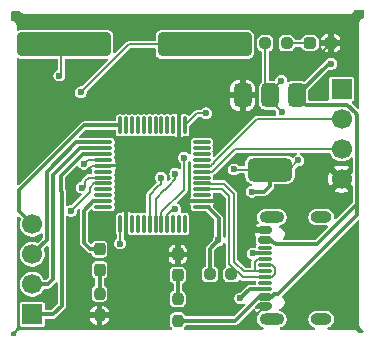
<source format=gbr>
%TF.GenerationSoftware,KiCad,Pcbnew,9.0.7*%
%TF.CreationDate,2026-02-19T00:10:06+05:30*%
%TF.ProjectId,breakout_board,62726561-6b6f-4757-945f-626f6172642e,rev?*%
%TF.SameCoordinates,Original*%
%TF.FileFunction,Copper,L2,Bot*%
%TF.FilePolarity,Positive*%
%FSLAX46Y46*%
G04 Gerber Fmt 4.6, Leading zero omitted, Abs format (unit mm)*
G04 Created by KiCad (PCBNEW 9.0.7) date 2026-02-19 00:10:06*
%MOMM*%
%LPD*%
G01*
G04 APERTURE LIST*
G04 Aperture macros list*
%AMRoundRect*
0 Rectangle with rounded corners*
0 $1 Rounding radius*
0 $2 $3 $4 $5 $6 $7 $8 $9 X,Y pos of 4 corners*
0 Add a 4 corners polygon primitive as box body*
4,1,4,$2,$3,$4,$5,$6,$7,$8,$9,$2,$3,0*
0 Add four circle primitives for the rounded corners*
1,1,$1+$1,$2,$3*
1,1,$1+$1,$4,$5*
1,1,$1+$1,$6,$7*
1,1,$1+$1,$8,$9*
0 Add four rect primitives between the rounded corners*
20,1,$1+$1,$2,$3,$4,$5,0*
20,1,$1+$1,$4,$5,$6,$7,0*
20,1,$1+$1,$6,$7,$8,$9,0*
20,1,$1+$1,$8,$9,$2,$3,0*%
G04 Aperture macros list end*
%TA.AperFunction,SMDPad,CuDef*%
%ADD10RoundRect,0.237500X0.287500X0.237500X-0.287500X0.237500X-0.287500X-0.237500X0.287500X-0.237500X0*%
%TD*%
%TA.AperFunction,SMDPad,CuDef*%
%ADD11RoundRect,0.237500X0.237500X-0.287500X0.237500X0.287500X-0.237500X0.287500X-0.237500X-0.287500X0*%
%TD*%
%TA.AperFunction,SMDPad,CuDef*%
%ADD12RoundRect,0.375000X-0.375000X0.625000X-0.375000X-0.625000X0.375000X-0.625000X0.375000X0.625000X0*%
%TD*%
%TA.AperFunction,SMDPad,CuDef*%
%ADD13RoundRect,0.500000X-1.400000X0.500000X-1.400000X-0.500000X1.400000X-0.500000X1.400000X0.500000X0*%
%TD*%
%TA.AperFunction,SMDPad,CuDef*%
%ADD14RoundRect,0.237500X-0.237500X0.250000X-0.237500X-0.250000X0.237500X-0.250000X0.237500X0.250000X0*%
%TD*%
%TA.AperFunction,ComponentPad*%
%ADD15R,1.700000X1.700000*%
%TD*%
%TA.AperFunction,ComponentPad*%
%ADD16C,1.700000*%
%TD*%
%TA.AperFunction,SMDPad,CuDef*%
%ADD17RoundRect,0.250000X-3.687500X-0.750000X3.687500X-0.750000X3.687500X0.750000X-3.687500X0.750000X0*%
%TD*%
%TA.AperFunction,SMDPad,CuDef*%
%ADD18RoundRect,0.237500X0.237500X-0.250000X0.237500X0.250000X-0.237500X0.250000X-0.237500X-0.250000X0*%
%TD*%
%TA.AperFunction,SMDPad,CuDef*%
%ADD19RoundRect,0.075000X-0.662500X-0.075000X0.662500X-0.075000X0.662500X0.075000X-0.662500X0.075000X0*%
%TD*%
%TA.AperFunction,SMDPad,CuDef*%
%ADD20RoundRect,0.075000X-0.075000X-0.662500X0.075000X-0.662500X0.075000X0.662500X-0.075000X0.662500X0*%
%TD*%
%TA.AperFunction,SMDPad,CuDef*%
%ADD21RoundRect,0.237500X-0.237500X0.287500X-0.237500X-0.287500X0.237500X-0.287500X0.237500X0.287500X0*%
%TD*%
%TA.AperFunction,SMDPad,CuDef*%
%ADD22RoundRect,0.237500X0.250000X0.237500X-0.250000X0.237500X-0.250000X-0.237500X0.250000X-0.237500X0*%
%TD*%
%TA.AperFunction,SMDPad,CuDef*%
%ADD23RoundRect,0.150000X-0.425000X0.150000X-0.425000X-0.150000X0.425000X-0.150000X0.425000X0.150000X0*%
%TD*%
%TA.AperFunction,SMDPad,CuDef*%
%ADD24RoundRect,0.075000X-0.500000X0.075000X-0.500000X-0.075000X0.500000X-0.075000X0.500000X0.075000X0*%
%TD*%
%TA.AperFunction,HeatsinkPad*%
%ADD25O,1.800000X1.000000*%
%TD*%
%TA.AperFunction,HeatsinkPad*%
%ADD26O,2.100000X1.000000*%
%TD*%
%TA.AperFunction,ViaPad*%
%ADD27C,0.600000*%
%TD*%
%TA.AperFunction,Conductor*%
%ADD28C,0.300000*%
%TD*%
%TA.AperFunction,Conductor*%
%ADD29C,0.200000*%
%TD*%
G04 APERTURE END LIST*
D10*
%TO.P,D3,1,K*%
%TO.N,GND*%
X146602500Y-68087400D03*
%TO.P,D3,2,A*%
%TO.N,Net-(D3-A)*%
X144852500Y-68087400D03*
%TD*%
D11*
%TO.P,D1,1,K*%
%TO.N,Net-(D1-K)*%
X127025400Y-87283900D03*
%TO.P,D1,2,A*%
%TO.N,LED*%
X127025400Y-85533900D03*
%TD*%
D12*
%TO.P,U2,1,GND*%
%TO.N,GND*%
X139152600Y-72516600D03*
%TO.P,U2,2,VO*%
%TO.N,VDD_c*%
X141452600Y-72516600D03*
D13*
X141452600Y-78816600D03*
D12*
%TO.P,U2,3,VI*%
%TO.N,VBUS*%
X143752600Y-72516600D03*
%TD*%
D14*
%TO.P,R7,1*%
%TO.N,Net-(D2-A)*%
X133654800Y-89758850D03*
%TO.P,R7,2*%
%TO.N,VBUS*%
X133654800Y-91583850D03*
%TD*%
D15*
%TO.P,J1,1,Pin_1*%
%TO.N,DP1*%
X121335800Y-91059000D03*
D16*
%TO.P,J1,2,Pin_2*%
%TO.N,DP2*%
X121335800Y-88519000D03*
%TO.P,J1,3,Pin_3*%
%TO.N,DP3*%
X121335800Y-85979000D03*
%TO.P,J1,4,Pin_4*%
%TO.N,DP4*%
X121335800Y-83439000D03*
%TD*%
D15*
%TO.P,J2,1,Pin_1*%
%TO.N,VDD_c*%
X147523200Y-71983600D03*
D16*
%TO.P,J2,2,Pin_2*%
%TO.N,SWDIO*%
X147523200Y-74523600D03*
%TO.P,J2,3,Pin_3*%
%TO.N,SWCLK*%
X147523200Y-77063600D03*
%TO.P,J2,4,Pin_4*%
%TO.N,GND*%
X147523200Y-79603600D03*
%TD*%
D17*
%TO.P,Y2,1,1*%
%TO.N,OSC_IN*%
X124053600Y-68199000D03*
%TO.P,Y2,2,2*%
%TO.N,OSC_OUT*%
X135928600Y-68199000D03*
%TD*%
D18*
%TO.P,R6,1*%
%TO.N,GND*%
X127025400Y-91131400D03*
%TO.P,R6,2*%
%TO.N,Net-(D1-K)*%
X127025400Y-89306400D03*
%TD*%
D19*
%TO.P,U1,1,VBAT*%
%TO.N,unconnected-(U1-VBAT-Pad1)*%
X127358700Y-81972600D03*
%TO.P,U1,2,PC13*%
%TO.N,LED*%
X127358700Y-81472600D03*
%TO.P,U1,3,PC14*%
%TO.N,unconnected-(U1-PC14-Pad3)*%
X127358700Y-80972600D03*
%TO.P,U1,4,PC15*%
%TO.N,unconnected-(U1-PC15-Pad4)*%
X127358700Y-80472600D03*
%TO.P,U1,5,PD0*%
%TO.N,OSC_IN*%
X127358700Y-79972600D03*
%TO.P,U1,6,PD1*%
%TO.N,OSC_OUT*%
X127358700Y-79472600D03*
%TO.P,U1,7,NRST*%
%TO.N,unconnected-(U1-NRST-Pad7)*%
X127358700Y-78972600D03*
%TO.P,U1,8,VSSA*%
%TO.N,GND*%
X127358700Y-78472600D03*
%TO.P,U1,9,VDDA*%
%TO.N,VDD_c*%
X127358700Y-77972600D03*
%TO.P,U1,10,PA0*%
%TO.N,DP1*%
X127358700Y-77472600D03*
%TO.P,U1,11,PA1*%
%TO.N,DP2*%
X127358700Y-76972600D03*
%TO.P,U1,12,PA2*%
%TO.N,DP3*%
X127358700Y-76472600D03*
D20*
%TO.P,U1,13,PA3*%
%TO.N,DP4*%
X128771200Y-75060100D03*
%TO.P,U1,14,PA4*%
%TO.N,unconnected-(U1-PA4-Pad14)*%
X129271200Y-75060100D03*
%TO.P,U1,15,PA5*%
%TO.N,unconnected-(U1-PA5-Pad15)*%
X129771200Y-75060100D03*
%TO.P,U1,16,PA6*%
%TO.N,unconnected-(U1-PA6-Pad16)*%
X130271200Y-75060100D03*
%TO.P,U1,17,PA7*%
%TO.N,unconnected-(U1-PA7-Pad17)*%
X130771200Y-75060100D03*
%TO.P,U1,18,PB0*%
%TO.N,unconnected-(U1-PB0-Pad18)*%
X131271200Y-75060100D03*
%TO.P,U1,19,PB1*%
%TO.N,unconnected-(U1-PB1-Pad19)*%
X131771200Y-75060100D03*
%TO.P,U1,20,PB2*%
%TO.N,unconnected-(U1-PB2-Pad20)*%
X132271200Y-75060100D03*
%TO.P,U1,21,PB10*%
%TO.N,unconnected-(U1-PB10-Pad21)*%
X132771200Y-75060100D03*
%TO.P,U1,22,PB11*%
%TO.N,unconnected-(U1-PB11-Pad22)*%
X133271200Y-75060100D03*
%TO.P,U1,23,VSS*%
%TO.N,GND*%
X133771200Y-75060100D03*
%TO.P,U1,24,VDD*%
%TO.N,VDD_c*%
X134271200Y-75060100D03*
D19*
%TO.P,U1,25,PB12*%
%TO.N,unconnected-(U1-PB12-Pad25)*%
X135683700Y-76472600D03*
%TO.P,U1,26,PB13*%
%TO.N,unconnected-(U1-PB13-Pad26)*%
X135683700Y-76972600D03*
%TO.P,U1,27,PB14*%
%TO.N,unconnected-(U1-PB14-Pad27)*%
X135683700Y-77472600D03*
%TO.P,U1,28,PB15*%
%TO.N,unconnected-(U1-PB15-Pad28)*%
X135683700Y-77972600D03*
%TO.P,U1,29,PA8*%
%TO.N,SWDIO*%
X135683700Y-78472600D03*
%TO.P,U1,30,PA9*%
%TO.N,SWCLK*%
X135683700Y-78972600D03*
%TO.P,U1,31,PA10*%
%TO.N,unconnected-(U1-PA10-Pad31)*%
X135683700Y-79472600D03*
%TO.P,U1,32,PA11*%
%TO.N,USB_D-*%
X135683700Y-79972600D03*
%TO.P,U1,33,PA12*%
%TO.N,USB_D+*%
X135683700Y-80472600D03*
%TO.P,U1,34,PA13*%
%TO.N,unconnected-(U1-PA13-Pad34)*%
X135683700Y-80972600D03*
%TO.P,U1,35,VSS*%
%TO.N,GND*%
X135683700Y-81472600D03*
%TO.P,U1,36,VDD*%
%TO.N,VDD_c*%
X135683700Y-81972600D03*
D20*
%TO.P,U1,37,PA14*%
%TO.N,unconnected-(U1-PA14-Pad37)*%
X134271200Y-83385100D03*
%TO.P,U1,38,PA15*%
%TO.N,unconnected-(U1-PA15-Pad38)*%
X133771200Y-83385100D03*
%TO.P,U1,39,PB3*%
%TO.N,unconnected-(U1-PB3-Pad39)*%
X133271200Y-83385100D03*
%TO.P,U1,40,PB4*%
%TO.N,OUT*%
X132771200Y-83385100D03*
%TO.P,U1,41,PB5*%
%TO.N,DIR*%
X132271200Y-83385100D03*
%TO.P,U1,42,PB6*%
%TO.N,SCL_ENC*%
X131771200Y-83385100D03*
%TO.P,U1,43,PB7*%
%TO.N,SDA_ENC*%
X131271200Y-83385100D03*
%TO.P,U1,44,BOOT0*%
%TO.N,unconnected-(U1-BOOT0-Pad44)*%
X130771200Y-83385100D03*
%TO.P,U1,45,PB8*%
%TO.N,unconnected-(U1-PB8-Pad45)*%
X130271200Y-83385100D03*
%TO.P,U1,46,PB9*%
%TO.N,unconnected-(U1-PB9-Pad46)*%
X129771200Y-83385100D03*
%TO.P,U1,47,VSS*%
%TO.N,GND*%
X129271200Y-83385100D03*
%TO.P,U1,48,VDD*%
%TO.N,VDD_c*%
X128771200Y-83385100D03*
%TD*%
D21*
%TO.P,D2,1,K*%
%TO.N,GND*%
X133654800Y-85986350D03*
%TO.P,D2,2,A*%
%TO.N,Net-(D2-A)*%
X133654800Y-87736350D03*
%TD*%
D22*
%TO.P,R8,1*%
%TO.N,Net-(D3-A)*%
X142875000Y-68097400D03*
%TO.P,R8,2*%
%TO.N,VDD_c*%
X141050000Y-68097400D03*
%TD*%
%TO.P,R5,1*%
%TO.N,USB_D+*%
X138199500Y-87655400D03*
%TO.P,R5,2*%
%TO.N,VDD_c*%
X136374500Y-87655400D03*
%TD*%
D23*
%TO.P,J3,A1,GND*%
%TO.N,GND*%
X141049200Y-83947400D03*
%TO.P,J3,A4,VBUS*%
%TO.N,VBUS*%
X141049200Y-84747400D03*
D24*
%TO.P,J3,A5,CC1*%
%TO.N,Net-(J3-CC1)*%
X141049200Y-85897400D03*
%TO.P,J3,A6,D+*%
%TO.N,USB_D+*%
X141049200Y-86897400D03*
%TO.P,J3,A7,D-*%
%TO.N,USB_D-*%
X141049200Y-87397400D03*
%TO.P,J3,A8,SBU1*%
%TO.N,unconnected-(J3-SBU1-PadA8)*%
X141049200Y-88397400D03*
D23*
%TO.P,J3,A9,VBUS*%
%TO.N,VBUS*%
X141049200Y-89547400D03*
%TO.P,J3,A12,GND*%
%TO.N,GND*%
X141049200Y-90347400D03*
%TO.P,J3,B1,GND*%
X141049200Y-90347400D03*
%TO.P,J3,B4,VBUS*%
%TO.N,VBUS*%
X141049200Y-89547400D03*
D24*
%TO.P,J3,B5,CC2*%
%TO.N,Net-(J3-CC2)*%
X141049200Y-88897400D03*
%TO.P,J3,B6,D+*%
%TO.N,USB_D+*%
X141049200Y-87897400D03*
%TO.P,J3,B7,D-*%
%TO.N,USB_D-*%
X141049200Y-86397400D03*
%TO.P,J3,B8,SBU2*%
%TO.N,unconnected-(J3-SBU2-PadB8)*%
X141049200Y-85397400D03*
D23*
%TO.P,J3,B9,VBUS*%
%TO.N,VBUS*%
X141049200Y-84747400D03*
%TO.P,J3,B12,GND*%
%TO.N,GND*%
X141049200Y-83947400D03*
D25*
%TO.P,J3,S1,SHIELD*%
%TO.N,unconnected-(J3-SHIELD-PadS1)_1*%
X145804200Y-82827400D03*
D26*
%TO.N,unconnected-(J3-SHIELD-PadS1)*%
X141624200Y-82827400D03*
D25*
%TO.N,unconnected-(J3-SHIELD-PadS1)_2*%
X145804200Y-91467400D03*
D26*
%TO.N,unconnected-(J3-SHIELD-PadS1)_3*%
X141624200Y-91467400D03*
%TD*%
D27*
%TO.N,GND*%
X139725400Y-82270600D03*
X134696200Y-73761600D03*
X147523200Y-87376000D03*
X130454400Y-85293200D03*
X125247400Y-91313000D03*
X139700000Y-70764400D03*
X139446000Y-91973400D03*
X132613400Y-78587600D03*
X143114479Y-69072400D03*
X125105744Y-78891695D03*
X141351000Y-81356200D03*
X131165600Y-89001600D03*
X125247400Y-86537800D03*
X133604000Y-77063600D03*
X148107400Y-66294000D03*
X145288000Y-81356200D03*
X137271104Y-81361505D03*
%TO.N,VBUS*%
X146634200Y-69850000D03*
%TO.N,VDD_c*%
X139928600Y-80670400D03*
X136042400Y-74041000D03*
X125696920Y-78300520D03*
X143865600Y-78028800D03*
X142468600Y-73914000D03*
X142417800Y-71272400D03*
X128771200Y-85064600D03*
X137097000Y-84785200D03*
X138404600Y-78790800D03*
%TO.N,OSC_IN*%
X123621800Y-70840600D03*
X124612400Y-82296000D03*
%TO.N,OSC_OUT*%
X125514875Y-80319955D03*
X125450600Y-72263000D03*
%TO.N,OUT*%
X133441218Y-82155339D03*
%TO.N,DIR*%
X134188200Y-77800200D03*
%TO.N,SCL_ENC*%
X133426200Y-79146400D03*
%TO.N,SDA_ENC*%
X132232400Y-79502000D03*
%TO.N,Net-(J3-CC1)*%
X139979400Y-85897400D03*
%TO.N,Net-(J3-CC2)*%
X138938000Y-89712800D03*
%TD*%
D28*
%TO.N,GND*%
X139725400Y-83198599D02*
X139725400Y-82270600D01*
D29*
X125115569Y-78901520D02*
X125105744Y-78891695D01*
X141049200Y-90347400D02*
X139446000Y-91950600D01*
X133771200Y-74288776D02*
X134298376Y-73761600D01*
X137271104Y-81361505D02*
X137160009Y-81472600D01*
X134298376Y-73761600D02*
X134696200Y-73761600D01*
X146602500Y-68087400D02*
X145617500Y-69072400D01*
X139700000Y-71969200D02*
X139152600Y-72516600D01*
D28*
X140474201Y-83947400D02*
X139725400Y-83198599D01*
D29*
X126374783Y-78472600D02*
X125945863Y-78901520D01*
X139446000Y-91950600D02*
X139446000Y-91973400D01*
D28*
X141049200Y-83947400D02*
X140474201Y-83947400D01*
D29*
X125945863Y-78901520D02*
X125115569Y-78901520D01*
X129271200Y-84156424D02*
X130407976Y-85293200D01*
X130407976Y-85293200D02*
X130454400Y-85293200D01*
X137160009Y-81472600D02*
X135683700Y-81472600D01*
X133771200Y-75060100D02*
X133771200Y-74288776D01*
X127358700Y-78472600D02*
X126374783Y-78472600D01*
X129271200Y-83385100D02*
X129271200Y-84156424D01*
D28*
%TO.N,VBUS*%
X145415000Y-85115400D02*
X141946734Y-85115400D01*
X143752600Y-72516600D02*
X144540400Y-73304400D01*
X143752600Y-72516600D02*
X146419200Y-69850000D01*
X148724200Y-74096840D02*
X148828000Y-74200640D01*
X138525072Y-91583850D02*
X140561522Y-89547400D01*
X144540400Y-73304400D02*
X148002471Y-73304400D01*
X148828000Y-74200640D02*
X148828000Y-81727800D01*
X140561522Y-89547400D02*
X141049200Y-89547400D01*
X148724200Y-74026129D02*
X148724200Y-74096840D01*
X141946734Y-85115400D02*
X141727734Y-84896400D01*
X148828000Y-81727800D02*
X148699600Y-81856200D01*
X142158800Y-89311400D02*
X148828000Y-82642200D01*
D29*
X141508024Y-84747400D02*
X141049200Y-84747400D01*
D28*
X141823481Y-89311400D02*
X142158800Y-89311400D01*
X141587481Y-89547400D02*
X141823481Y-89311400D01*
X141727734Y-84896400D02*
X141657024Y-84896400D01*
X141049200Y-89547400D02*
X141587481Y-89547400D01*
X148828000Y-82642200D02*
X148828000Y-81727800D01*
D29*
X146419200Y-69850000D02*
X146634200Y-69850000D01*
D28*
X148002471Y-73304400D02*
X148724200Y-74026129D01*
X148674200Y-81856200D02*
X145415000Y-85115400D01*
X148699600Y-81856200D02*
X148674200Y-81856200D01*
X141657024Y-84896400D02*
X141508024Y-84747400D01*
X133654800Y-91583850D02*
X138525072Y-91583850D01*
%TO.N,VDD_c*%
X141020800Y-80619600D02*
X141452600Y-80187800D01*
D29*
X141452600Y-72516600D02*
X141452600Y-72237600D01*
X125696920Y-78300520D02*
X126024840Y-77972600D01*
X126024840Y-77972600D02*
X127358700Y-77972600D01*
D28*
X137109200Y-82905600D02*
X136176200Y-81972600D01*
X141452600Y-80187800D02*
X141452600Y-78816600D01*
X137109200Y-84773000D02*
X137109200Y-82905600D01*
X136374500Y-85507700D02*
X137097000Y-84785200D01*
D29*
X136042400Y-74041000D02*
X135290300Y-74041000D01*
X143077800Y-78816600D02*
X143865600Y-78028800D01*
X128771200Y-85064600D02*
X128771200Y-83385100D01*
D28*
X140970000Y-80670400D02*
X139928600Y-80670400D01*
X137097000Y-84785200D02*
X137109200Y-84773000D01*
D29*
X141050000Y-68097400D02*
X141050000Y-72114000D01*
D28*
X141020800Y-80619600D02*
X140970000Y-80670400D01*
D29*
X138404600Y-78790800D02*
X138430400Y-78816600D01*
X141452600Y-78816600D02*
X143077800Y-78816600D01*
X141050000Y-72114000D02*
X141452600Y-72516600D01*
D28*
X136374500Y-87655400D02*
X136374500Y-85507700D01*
D29*
X134271200Y-75060100D02*
X135290300Y-74041000D01*
X141452600Y-72516600D02*
X141452600Y-72898000D01*
X141452600Y-72898000D02*
X142468600Y-73914000D01*
X138430400Y-78816600D02*
X141452600Y-78816600D01*
D28*
X136176200Y-81972600D02*
X135683700Y-81972600D01*
D29*
X141452600Y-72237600D02*
X142417800Y-71272400D01*
%TO.N,OSC_IN*%
X127309700Y-80021600D02*
X127358700Y-79972600D01*
X123805700Y-68199000D02*
X123805700Y-70656700D01*
X127358700Y-79972600D02*
X126580200Y-79972600D01*
X126580200Y-79972600D02*
X126196614Y-80356186D01*
X126196614Y-80711786D02*
X124612400Y-82296000D01*
X123805700Y-70656700D02*
X123621800Y-70840600D01*
X126196614Y-80356186D02*
X126196614Y-80711786D01*
%TO.N,OSC_OUT*%
X125795614Y-80264362D02*
X125795614Y-79791986D01*
X125795614Y-79791986D02*
X126115000Y-79472600D01*
X126115000Y-79472600D02*
X127358700Y-79472600D01*
X129514600Y-68199000D02*
X125450600Y-72263000D01*
X125450600Y-72263000D02*
X125450600Y-72110600D01*
X135680700Y-68199000D02*
X129514600Y-68199000D01*
D28*
%TO.N,LED*%
X126250100Y-85533900D02*
X127025400Y-85533900D01*
X127358700Y-81472600D02*
X126502600Y-81472600D01*
X125704600Y-82270600D02*
X125704600Y-84988400D01*
X125704600Y-84988400D02*
X126250100Y-85533900D01*
X126502600Y-81472600D02*
X125704600Y-82270600D01*
%TO.N,Net-(D1-K)*%
X127025400Y-87283900D02*
X127025400Y-89306400D01*
%TO.N,Net-(D2-A)*%
X133654800Y-87736350D02*
X133654800Y-89758850D01*
D29*
%TO.N,OUT*%
X133229637Y-82155339D02*
X132771200Y-82613776D01*
X132771200Y-82613776D02*
X132771200Y-83385100D01*
X133441218Y-82155339D02*
X133229637Y-82155339D01*
%TO.N,DIR*%
X132271200Y-82415776D02*
X134188200Y-80498776D01*
X134188200Y-80498776D02*
X134188200Y-77800200D01*
X132271200Y-83385100D02*
X132271200Y-82415776D01*
%TO.N,SCL_ENC*%
X131722200Y-83336100D02*
X131771200Y-83385100D01*
X133426200Y-79629000D02*
X133426200Y-79146400D01*
X132884200Y-80182743D02*
X132884200Y-80171000D01*
X132532143Y-80534800D02*
X132884200Y-80182743D01*
X131771200Y-81284000D02*
X132520400Y-80534800D01*
X132884200Y-80171000D02*
X133426200Y-79629000D01*
X131771200Y-83385100D02*
X131771200Y-81284000D01*
X132520400Y-80534800D02*
X132532143Y-80534800D01*
%TO.N,SDA_ENC*%
X131934404Y-80282596D02*
X131271200Y-80945800D01*
X132232400Y-79502000D02*
X132232400Y-79984600D01*
X132232400Y-79984600D02*
X131934404Y-80282596D01*
X131271200Y-80945800D02*
X131271200Y-83385100D01*
X131222200Y-83336100D02*
X131271200Y-83385100D01*
%TO.N,SWCLK*%
X138665224Y-77063600D02*
X138462024Y-77063600D01*
X138462024Y-77063600D02*
X136553024Y-78972600D01*
X136553024Y-78972600D02*
X135683700Y-78972600D01*
X138665224Y-77063600D02*
X147523200Y-77063600D01*
%TO.N,SWDIO*%
X136504024Y-78423600D02*
X136485800Y-78423600D01*
X136485800Y-78423600D02*
X136436800Y-78472600D01*
X136722200Y-78187200D02*
X136722200Y-78205424D01*
X140639800Y-74523600D02*
X140385800Y-74523600D01*
X140385800Y-74523600D02*
X136722200Y-78187200D01*
X136436800Y-78472600D02*
X135683700Y-78472600D01*
X136722200Y-78205424D02*
X136504024Y-78423600D01*
X140639800Y-74523600D02*
X147523200Y-74523600D01*
%TO.N,USB_D+*%
X138003600Y-81039700D02*
X138003600Y-86754700D01*
X137411500Y-80447600D02*
X138003600Y-81039700D01*
X141925200Y-87630224D02*
X141658024Y-87897400D01*
X138003600Y-86754700D02*
X139146300Y-87897400D01*
X141049200Y-86897400D02*
X141658024Y-86897400D01*
X135683700Y-80472600D02*
X135708700Y-80447600D01*
X141658024Y-86897400D02*
X141925200Y-87164576D01*
X135708700Y-80447600D02*
X137411500Y-80447600D01*
X139146300Y-87897400D02*
X141049200Y-87897400D01*
X141658024Y-87897400D02*
X141049200Y-87897400D01*
X141925200Y-87164576D02*
X141925200Y-87630224D01*
%TO.N,USB_D-*%
X135708700Y-79997600D02*
X137528600Y-79997600D01*
X141049200Y-86397400D02*
X140440376Y-86397400D01*
X138404600Y-86588600D02*
X139217400Y-87401400D01*
X137528600Y-79997600D02*
X138404600Y-80873600D01*
X139217400Y-87401400D02*
X141045200Y-87401400D01*
X135683700Y-79972600D02*
X135708700Y-79997600D01*
X140173200Y-86664576D02*
X140173200Y-87261000D01*
X141000200Y-86446400D02*
X141049200Y-86397400D01*
X141045200Y-87401400D02*
X141049200Y-87397400D01*
X140309600Y-87397400D02*
X141049200Y-87397400D01*
X140173200Y-87261000D02*
X140309600Y-87397400D01*
X138404600Y-80873600D02*
X138404600Y-86588600D01*
X140440376Y-86397400D02*
X140173200Y-86664576D01*
D28*
%TO.N,Net-(J3-CC1)*%
X139979400Y-85897400D02*
X141049200Y-85897400D01*
%TO.N,Net-(J3-CC2)*%
X138938000Y-89710900D02*
X138938000Y-89712800D01*
X138962450Y-89686450D02*
X139751500Y-88897400D01*
X138962450Y-89686450D02*
X138938000Y-89710900D01*
X139751500Y-88897400D02*
X141049200Y-88897400D01*
D29*
%TO.N,Net-(D3-A)*%
X144842500Y-68097400D02*
X144852500Y-68087400D01*
X142875000Y-68097400D02*
X144842500Y-68097400D01*
D28*
%TO.N,DP2*%
X123063000Y-79298800D02*
X123063000Y-88087200D01*
X127358700Y-76972600D02*
X125389200Y-76972600D01*
X125389200Y-76972600D02*
X123063000Y-79298800D01*
X122631200Y-88519000D02*
X121335800Y-88519000D01*
X123063000Y-88087200D02*
X122631200Y-88519000D01*
%TO.N,DP4*%
X125726900Y-75060100D02*
X120218200Y-80568800D01*
X128771200Y-75060100D02*
X125726900Y-75060100D01*
X120218200Y-82321400D02*
X121335800Y-83439000D01*
X120218200Y-80568800D02*
X120218200Y-82321400D01*
%TO.N,DP1*%
X123825000Y-90322400D02*
X123088400Y-91059000D01*
X123748800Y-80608280D02*
X123825000Y-80684480D01*
X127358700Y-77472600D02*
X125605600Y-77472600D01*
X125605600Y-77472600D02*
X123748800Y-79329400D01*
X123088400Y-91059000D02*
X121335800Y-91059000D01*
X123748800Y-79329400D02*
X123748800Y-80608280D01*
X123825000Y-80684480D02*
X123825000Y-90322400D01*
%TO.N,DP3*%
X122555000Y-78968600D02*
X122555000Y-84759800D01*
X125051000Y-76472600D02*
X122555000Y-78968600D01*
X121335800Y-85979000D02*
X121234200Y-85877400D01*
X122555000Y-84759800D02*
X121335800Y-85979000D01*
X127358700Y-76472600D02*
X125051000Y-76472600D01*
%TD*%
%TA.AperFunction,Conductor*%
%TO.N,GND*%
G36*
X149412104Y-65271719D02*
G01*
X149448319Y-65321035D01*
X149453321Y-65352382D01*
X149451824Y-65889551D01*
X149451754Y-65889762D01*
X149451822Y-65889975D01*
X149442234Y-65918784D01*
X149432754Y-65947689D01*
X149432572Y-65947819D01*
X149432503Y-65948030D01*
X149407865Y-65965665D01*
X149383154Y-65983514D01*
X149382815Y-65983596D01*
X149382750Y-65983643D01*
X149376019Y-65985777D01*
X149357278Y-65988895D01*
X149336707Y-65998243D01*
X149331057Y-66000036D01*
X149326875Y-66001262D01*
X149316464Y-66004063D01*
X149310748Y-66005601D01*
X149310741Y-66005604D01*
X149279153Y-66023882D01*
X149279154Y-66023883D01*
X149274944Y-66026319D01*
X149237306Y-66043428D01*
X149218158Y-66059179D01*
X149211129Y-66063247D01*
X149211125Y-66063250D01*
X149196689Y-66071605D01*
X149196682Y-66071609D01*
X149170899Y-66097441D01*
X149170900Y-66097442D01*
X149167463Y-66100885D01*
X149135536Y-66127153D01*
X149121117Y-66147323D01*
X149115375Y-66153078D01*
X149115375Y-66153079D01*
X149103595Y-66164883D01*
X149103590Y-66164889D01*
X149085369Y-66196521D01*
X149082945Y-66200728D01*
X149058903Y-66234366D01*
X149050195Y-66257581D01*
X149046140Y-66264623D01*
X149046140Y-66264625D01*
X149037814Y-66279081D01*
X149028398Y-66314358D01*
X149027145Y-66319050D01*
X149012631Y-66357759D01*
X149010229Y-66382434D01*
X149008134Y-66390287D01*
X149008134Y-66390289D01*
X149003835Y-66406400D01*
X149003834Y-66406407D01*
X149003834Y-66406408D01*
X149003875Y-66447769D01*
X148999872Y-66488924D01*
X149003939Y-66513379D01*
X149003947Y-66521510D01*
X149003948Y-66521511D01*
X149010991Y-73578132D01*
X148992142Y-73636342D01*
X148942678Y-73672355D01*
X148881492Y-73672416D01*
X148841987Y-73648234D01*
X148386211Y-73192457D01*
X148358434Y-73137941D01*
X148368005Y-73077509D01*
X148411270Y-73034244D01*
X148436897Y-73025357D01*
X148451431Y-73022467D01*
X148517752Y-72978152D01*
X148562067Y-72911831D01*
X148573700Y-72853348D01*
X148573700Y-71113852D01*
X148562067Y-71055369D01*
X148517752Y-70989048D01*
X148481891Y-70965086D01*
X148451433Y-70944734D01*
X148451431Y-70944733D01*
X148451428Y-70944732D01*
X148451427Y-70944732D01*
X148392958Y-70933101D01*
X148392948Y-70933100D01*
X146653452Y-70933100D01*
X146653451Y-70933100D01*
X146653441Y-70933101D01*
X146594972Y-70944732D01*
X146594966Y-70944734D01*
X146528651Y-70989045D01*
X146528645Y-70989051D01*
X146484334Y-71055366D01*
X146484332Y-71055372D01*
X146472701Y-71113841D01*
X146472700Y-71113853D01*
X146472700Y-72854900D01*
X146453793Y-72913091D01*
X146404293Y-72949055D01*
X146373700Y-72953900D01*
X144802100Y-72953900D01*
X144743909Y-72934993D01*
X144707945Y-72885493D01*
X144703100Y-72854900D01*
X144703100Y-72102789D01*
X144722007Y-72044598D01*
X144732090Y-72032791D01*
X146406495Y-70358385D01*
X146461010Y-70330610D01*
X146502121Y-70332765D01*
X146568305Y-70350499D01*
X146568307Y-70350500D01*
X146568308Y-70350500D01*
X146700090Y-70350500D01*
X146700092Y-70350500D01*
X146827386Y-70316392D01*
X146827388Y-70316390D01*
X146827390Y-70316390D01*
X146941509Y-70250503D01*
X146941509Y-70250502D01*
X146941514Y-70250500D01*
X147034700Y-70157314D01*
X147100592Y-70043186D01*
X147134700Y-69915892D01*
X147134700Y-69784108D01*
X147100592Y-69656814D01*
X147100590Y-69656811D01*
X147100590Y-69656809D01*
X147034703Y-69542690D01*
X147034701Y-69542688D01*
X147034700Y-69542686D01*
X146941514Y-69449500D01*
X146941511Y-69449498D01*
X146941509Y-69449496D01*
X146827389Y-69383609D01*
X146827391Y-69383609D01*
X146777999Y-69370375D01*
X146700092Y-69349500D01*
X146568308Y-69349500D01*
X146490400Y-69370375D01*
X146441009Y-69383609D01*
X146326890Y-69449496D01*
X146233695Y-69542691D01*
X146232336Y-69544463D01*
X146208783Y-69565120D01*
X146209136Y-69565580D01*
X146203990Y-69569528D01*
X144441119Y-71332397D01*
X144386602Y-71360174D01*
X144333231Y-71353858D01*
X144326150Y-71350925D01*
X144277836Y-71330913D01*
X144277833Y-71330912D01*
X144277835Y-71330912D01*
X144165320Y-71316100D01*
X143339880Y-71316100D01*
X143339879Y-71316100D01*
X143227367Y-71330912D01*
X143227361Y-71330914D01*
X143087368Y-71388901D01*
X143077567Y-71396422D01*
X143019891Y-71416845D01*
X142961225Y-71399467D01*
X142923978Y-71350925D01*
X142918300Y-71317879D01*
X142918300Y-71206509D01*
X142918300Y-71206508D01*
X142884192Y-71079214D01*
X142884190Y-71079211D01*
X142884190Y-71079209D01*
X142818303Y-70965090D01*
X142818301Y-70965088D01*
X142818300Y-70965086D01*
X142725114Y-70871900D01*
X142725111Y-70871898D01*
X142725109Y-70871896D01*
X142610989Y-70806009D01*
X142610991Y-70806009D01*
X142561599Y-70792775D01*
X142483692Y-70771900D01*
X142351908Y-70771900D01*
X142274000Y-70792775D01*
X142224609Y-70806009D01*
X142110490Y-70871896D01*
X142017296Y-70965090D01*
X141951409Y-71079209D01*
X141917300Y-71206509D01*
X141917300Y-71217100D01*
X141898393Y-71275291D01*
X141848893Y-71311255D01*
X141818300Y-71316100D01*
X141449500Y-71316100D01*
X141391309Y-71297193D01*
X141355345Y-71247693D01*
X141350500Y-71217100D01*
X141350500Y-68851513D01*
X141369407Y-68793322D01*
X141416801Y-68758069D01*
X141506975Y-68726516D01*
X141613211Y-68648111D01*
X141691616Y-68541875D01*
X141735225Y-68417249D01*
X141738000Y-68387656D01*
X141738000Y-67807144D01*
X141738000Y-67807138D01*
X141737999Y-67807133D01*
X142187000Y-67807133D01*
X142187000Y-68387666D01*
X142189774Y-68417244D01*
X142189776Y-68417252D01*
X142233384Y-68541876D01*
X142304411Y-68638114D01*
X142311789Y-68648111D01*
X142311792Y-68648113D01*
X142311793Y-68648114D01*
X142418023Y-68726515D01*
X142418024Y-68726515D01*
X142418025Y-68726516D01*
X142542651Y-68770125D01*
X142569941Y-68772684D01*
X142572233Y-68772899D01*
X142572238Y-68772900D01*
X142572244Y-68772900D01*
X143177762Y-68772900D01*
X143177765Y-68772899D01*
X143207349Y-68770125D01*
X143331975Y-68726516D01*
X143438211Y-68648111D01*
X143516616Y-68541875D01*
X143543795Y-68464201D01*
X143580860Y-68415522D01*
X143637239Y-68397900D01*
X144056259Y-68397900D01*
X144114450Y-68416807D01*
X144149703Y-68464201D01*
X144173384Y-68531877D01*
X144251785Y-68638106D01*
X144251789Y-68638111D01*
X144251792Y-68638113D01*
X144251793Y-68638114D01*
X144358023Y-68716515D01*
X144358024Y-68716515D01*
X144358025Y-68716516D01*
X144482651Y-68760125D01*
X144509941Y-68762684D01*
X144512233Y-68762899D01*
X144512238Y-68762900D01*
X144512244Y-68762900D01*
X145192762Y-68762900D01*
X145192765Y-68762899D01*
X145222349Y-68760125D01*
X145346975Y-68716516D01*
X145453211Y-68638111D01*
X145531616Y-68531875D01*
X145575225Y-68407249D01*
X145578000Y-68377656D01*
X145578000Y-68337401D01*
X145777500Y-68337401D01*
X145777500Y-68366982D01*
X145787873Y-68453358D01*
X145842076Y-68590808D01*
X145842079Y-68590812D01*
X145931354Y-68708539D01*
X145931360Y-68708545D01*
X146049087Y-68797820D01*
X146049091Y-68797823D01*
X146186541Y-68852026D01*
X146272917Y-68862399D01*
X146272924Y-68862400D01*
X146352499Y-68862400D01*
X146352500Y-68862399D01*
X146352500Y-68337401D01*
X146852500Y-68337401D01*
X146852500Y-68862399D01*
X146852501Y-68862400D01*
X146932076Y-68862400D01*
X146932082Y-68862399D01*
X147018458Y-68852026D01*
X147155908Y-68797823D01*
X147155912Y-68797820D01*
X147273639Y-68708545D01*
X147273645Y-68708539D01*
X147362920Y-68590812D01*
X147362923Y-68590808D01*
X147417126Y-68453358D01*
X147427499Y-68366982D01*
X147427500Y-68366976D01*
X147427500Y-68337401D01*
X147427499Y-68337400D01*
X146852501Y-68337400D01*
X146852500Y-68337401D01*
X146352500Y-68337401D01*
X146352499Y-68337400D01*
X145777501Y-68337400D01*
X145777500Y-68337401D01*
X145578000Y-68337401D01*
X145578000Y-67807817D01*
X145777500Y-67807817D01*
X145777500Y-67837399D01*
X145777501Y-67837400D01*
X146352499Y-67837400D01*
X146352500Y-67837399D01*
X146352500Y-67312401D01*
X146852500Y-67312401D01*
X146852500Y-67837399D01*
X146852501Y-67837400D01*
X147427499Y-67837400D01*
X147427500Y-67837399D01*
X147427500Y-67807823D01*
X147427499Y-67807817D01*
X147417126Y-67721441D01*
X147362923Y-67583991D01*
X147362920Y-67583987D01*
X147273645Y-67466260D01*
X147273639Y-67466254D01*
X147155912Y-67376979D01*
X147155908Y-67376976D01*
X147018458Y-67322773D01*
X146932082Y-67312400D01*
X146852501Y-67312400D01*
X146852500Y-67312401D01*
X146352500Y-67312401D01*
X146352499Y-67312400D01*
X146272917Y-67312400D01*
X146186541Y-67322773D01*
X146049091Y-67376976D01*
X146049087Y-67376979D01*
X145931360Y-67466254D01*
X145931354Y-67466260D01*
X145842079Y-67583987D01*
X145842076Y-67583991D01*
X145787873Y-67721441D01*
X145777500Y-67807817D01*
X145578000Y-67807817D01*
X145578000Y-67797144D01*
X145578000Y-67797138D01*
X145577999Y-67797133D01*
X145576163Y-67777555D01*
X145575225Y-67767551D01*
X145531616Y-67642925D01*
X145453211Y-67536689D01*
X145453206Y-67536685D01*
X145346976Y-67458284D01*
X145222352Y-67414676D01*
X145222351Y-67414675D01*
X145222349Y-67414675D01*
X145222347Y-67414674D01*
X145222344Y-67414674D01*
X145192766Y-67411900D01*
X145192756Y-67411900D01*
X144512244Y-67411900D01*
X144512233Y-67411900D01*
X144482655Y-67414674D01*
X144482647Y-67414676D01*
X144358023Y-67458284D01*
X144251793Y-67536685D01*
X144251785Y-67536693D01*
X144173384Y-67642923D01*
X144142705Y-67730598D01*
X144105639Y-67779279D01*
X144049261Y-67796900D01*
X143637239Y-67796900D01*
X143579048Y-67777993D01*
X143543795Y-67730598D01*
X143516615Y-67652923D01*
X143438214Y-67546693D01*
X143438213Y-67546692D01*
X143438211Y-67546689D01*
X143424667Y-67536693D01*
X143331976Y-67468284D01*
X143207352Y-67424676D01*
X143207351Y-67424675D01*
X143207349Y-67424675D01*
X143207347Y-67424674D01*
X143207344Y-67424674D01*
X143177766Y-67421900D01*
X143177756Y-67421900D01*
X142572244Y-67421900D01*
X142572233Y-67421900D01*
X142542655Y-67424674D01*
X142542647Y-67424676D01*
X142418023Y-67468284D01*
X142311793Y-67546685D01*
X142311785Y-67546693D01*
X142233384Y-67652923D01*
X142189776Y-67777547D01*
X142189774Y-67777555D01*
X142187000Y-67807133D01*
X141737999Y-67807133D01*
X141735225Y-67777555D01*
X141735225Y-67777551D01*
X141691616Y-67652925D01*
X141684234Y-67642923D01*
X141613214Y-67546693D01*
X141613213Y-67546692D01*
X141613211Y-67546689D01*
X141599667Y-67536693D01*
X141506976Y-67468284D01*
X141382352Y-67424676D01*
X141382351Y-67424675D01*
X141382349Y-67424675D01*
X141382347Y-67424674D01*
X141382344Y-67424674D01*
X141352766Y-67421900D01*
X141352756Y-67421900D01*
X140747244Y-67421900D01*
X140747233Y-67421900D01*
X140717655Y-67424674D01*
X140717647Y-67424676D01*
X140593023Y-67468284D01*
X140486793Y-67546685D01*
X140486785Y-67546693D01*
X140408384Y-67652923D01*
X140364776Y-67777547D01*
X140364774Y-67777555D01*
X140362000Y-67807133D01*
X140362000Y-68387666D01*
X140364774Y-68417244D01*
X140364776Y-68417252D01*
X140408384Y-68541876D01*
X140479411Y-68638114D01*
X140486789Y-68648111D01*
X140486792Y-68648113D01*
X140486793Y-68648114D01*
X140593023Y-68726515D01*
X140593024Y-68726515D01*
X140593025Y-68726516D01*
X140683198Y-68758069D01*
X140731878Y-68795134D01*
X140749500Y-68851513D01*
X140749500Y-71369136D01*
X140730593Y-71427327D01*
X140710768Y-71447677D01*
X140667152Y-71481144D01*
X140574901Y-71601368D01*
X140516914Y-71741361D01*
X140516912Y-71741367D01*
X140502100Y-71853879D01*
X140502100Y-73179320D01*
X140504317Y-73196164D01*
X140516913Y-73291836D01*
X140516914Y-73291838D01*
X140568151Y-73415536D01*
X140574902Y-73431833D01*
X140667149Y-73552051D01*
X140787367Y-73644298D01*
X140927364Y-73702287D01*
X141039880Y-73717100D01*
X141805721Y-73717100D01*
X141813318Y-73719568D01*
X141821208Y-73718319D01*
X141841863Y-73728843D01*
X141863912Y-73736007D01*
X141875725Y-73746096D01*
X141939104Y-73809475D01*
X141966881Y-73863992D01*
X141968100Y-73879479D01*
X141968100Y-73979892D01*
X141999874Y-74098478D01*
X141996672Y-74159579D01*
X141958167Y-74207128D01*
X141904248Y-74223100D01*
X140346235Y-74223100D01*
X140269812Y-74243578D01*
X140204202Y-74281457D01*
X140204199Y-74281460D01*
X140201291Y-74283139D01*
X140201289Y-74283140D01*
X136780961Y-77703466D01*
X136726444Y-77731243D01*
X136666012Y-77721672D01*
X136622747Y-77678407D01*
X136613176Y-77617975D01*
X136613860Y-77614146D01*
X136621699Y-77574740D01*
X136621699Y-77574738D01*
X136621700Y-77574733D01*
X136621699Y-77370468D01*
X136620432Y-77364100D01*
X136605715Y-77290106D01*
X136605715Y-77290105D01*
X136597359Y-77277600D01*
X136580751Y-77218714D01*
X136597359Y-77167599D01*
X136605715Y-77155095D01*
X136621700Y-77074733D01*
X136621699Y-76870468D01*
X136605715Y-76790105D01*
X136597359Y-76777599D01*
X136580751Y-76718714D01*
X136597359Y-76667599D01*
X136605715Y-76655095D01*
X136621700Y-76574733D01*
X136621699Y-76370468D01*
X136620266Y-76363265D01*
X136605715Y-76290105D01*
X136605714Y-76290103D01*
X136544826Y-76198979D01*
X136544824Y-76198976D01*
X136544820Y-76198973D01*
X136453697Y-76138086D01*
X136453696Y-76138085D01*
X136453695Y-76138085D01*
X136373333Y-76122100D01*
X136373332Y-76122100D01*
X134994070Y-76122100D01*
X134994063Y-76122101D01*
X134913705Y-76138084D01*
X134913703Y-76138085D01*
X134822579Y-76198973D01*
X134822573Y-76198979D01*
X134761686Y-76290101D01*
X134761686Y-76290103D01*
X134761685Y-76290105D01*
X134749482Y-76351452D01*
X134745700Y-76370467D01*
X134745700Y-76574729D01*
X134745701Y-76574737D01*
X134761684Y-76655094D01*
X134761686Y-76655098D01*
X134770040Y-76667601D01*
X134786647Y-76726489D01*
X134770040Y-76777599D01*
X134761685Y-76790103D01*
X134761684Y-76790104D01*
X134745700Y-76870464D01*
X134745700Y-77074729D01*
X134745701Y-77074737D01*
X134761684Y-77155094D01*
X134761686Y-77155098D01*
X134770040Y-77167601D01*
X134786647Y-77226489D01*
X134784454Y-77243676D01*
X134780460Y-77262005D01*
X134761685Y-77290105D01*
X134745700Y-77370467D01*
X134745700Y-77421540D01*
X134743431Y-77431955D01*
X134733113Y-77449616D01*
X134726793Y-77469070D01*
X134718030Y-77475436D01*
X134712568Y-77484787D01*
X134693842Y-77493010D01*
X134677293Y-77505034D01*
X134666462Y-77505034D01*
X134656547Y-77509388D01*
X134636564Y-77505034D01*
X134616107Y-77505034D01*
X134604819Y-77498117D01*
X134596764Y-77496362D01*
X134590516Y-77489352D01*
X134576698Y-77480884D01*
X134495514Y-77399700D01*
X134495511Y-77399698D01*
X134495509Y-77399696D01*
X134381389Y-77333809D01*
X134381391Y-77333809D01*
X134331999Y-77320575D01*
X134254092Y-77299700D01*
X134122308Y-77299700D01*
X134044400Y-77320575D01*
X133995009Y-77333809D01*
X133880890Y-77399696D01*
X133787696Y-77492890D01*
X133721809Y-77607009D01*
X133704095Y-77673121D01*
X133687700Y-77734308D01*
X133687700Y-77866092D01*
X133691314Y-77879579D01*
X133721809Y-77993390D01*
X133787696Y-78107509D01*
X133787698Y-78107511D01*
X133787700Y-78107514D01*
X133858705Y-78178519D01*
X133886481Y-78233034D01*
X133887700Y-78248521D01*
X133887700Y-78663458D01*
X133868793Y-78721649D01*
X133819293Y-78757613D01*
X133758107Y-78757613D01*
X133739772Y-78748038D01*
X133739134Y-78749144D01*
X133619389Y-78680009D01*
X133619391Y-78680009D01*
X133557620Y-78663458D01*
X133492092Y-78645900D01*
X133360308Y-78645900D01*
X133294780Y-78663458D01*
X133233009Y-78680009D01*
X133118890Y-78745896D01*
X133025696Y-78839090D01*
X132959809Y-78953209D01*
X132951273Y-78985066D01*
X132925700Y-79080508D01*
X132925700Y-79212292D01*
X132951561Y-79308809D01*
X132959809Y-79339590D01*
X133025696Y-79453709D01*
X133025698Y-79453711D01*
X133025700Y-79453714D01*
X133031105Y-79459119D01*
X133058881Y-79513634D01*
X133049310Y-79574066D01*
X133031106Y-79599121D01*
X132898634Y-79731595D01*
X132873575Y-79756654D01*
X132819058Y-79784431D01*
X132758626Y-79774860D01*
X132715361Y-79731595D01*
X132705790Y-79671163D01*
X132707940Y-79661041D01*
X132732900Y-79567892D01*
X132732900Y-79436108D01*
X132698792Y-79308814D01*
X132698790Y-79308811D01*
X132698790Y-79308809D01*
X132632903Y-79194690D01*
X132632901Y-79194688D01*
X132632900Y-79194686D01*
X132539714Y-79101500D01*
X132539711Y-79101498D01*
X132539709Y-79101496D01*
X132425589Y-79035609D01*
X132425591Y-79035609D01*
X132376199Y-79022375D01*
X132298292Y-79001500D01*
X132166508Y-79001500D01*
X132088600Y-79022375D01*
X132039209Y-79035609D01*
X131925090Y-79101496D01*
X131831896Y-79194690D01*
X131766009Y-79308809D01*
X131755492Y-79348059D01*
X131731900Y-79436108D01*
X131731900Y-79567892D01*
X131755266Y-79655095D01*
X131766009Y-79695190D01*
X131831896Y-79809309D01*
X131831898Y-79809311D01*
X131831900Y-79809314D01*
X131837305Y-79814719D01*
X131865081Y-79869234D01*
X131855510Y-79929666D01*
X131837305Y-79954722D01*
X131749893Y-80042136D01*
X131086689Y-80705340D01*
X131086688Y-80705339D01*
X131030739Y-80761289D01*
X130991180Y-80829807D01*
X130991178Y-80829811D01*
X130970700Y-80906235D01*
X130970700Y-82348100D01*
X130951793Y-82406291D01*
X130902293Y-82442255D01*
X130871700Y-82447100D01*
X130669070Y-82447100D01*
X130669062Y-82447101D01*
X130588705Y-82463084D01*
X130588701Y-82463086D01*
X130576199Y-82471440D01*
X130517311Y-82488047D01*
X130466201Y-82471440D01*
X130453696Y-82463085D01*
X130453695Y-82463084D01*
X130373334Y-82447100D01*
X130169070Y-82447100D01*
X130169062Y-82447101D01*
X130088705Y-82463084D01*
X130088701Y-82463086D01*
X130076199Y-82471440D01*
X130017311Y-82488047D01*
X129966201Y-82471440D01*
X129953696Y-82463085D01*
X129953695Y-82463084D01*
X129873334Y-82447100D01*
X129669071Y-82447100D01*
X129669064Y-82447101D01*
X129664209Y-82448067D01*
X129603448Y-82440869D01*
X129574900Y-82420971D01*
X129567115Y-82413186D01*
X129454680Y-82358220D01*
X129421200Y-82353342D01*
X129421200Y-82685525D01*
X129420054Y-82689051D01*
X129420223Y-82690604D01*
X129420700Y-82690604D01*
X129420700Y-82695002D01*
X129420724Y-82695224D01*
X129420700Y-82695466D01*
X129420700Y-82695467D01*
X129420700Y-83380689D01*
X129420701Y-83385100D01*
X129420701Y-84074729D01*
X129420723Y-84074953D01*
X129420701Y-84075053D01*
X129420701Y-84079597D01*
X129420398Y-84079597D01*
X129421200Y-84084661D01*
X129421200Y-84416857D01*
X129454679Y-84411980D01*
X129567117Y-84357012D01*
X129574895Y-84349234D01*
X129629410Y-84321452D01*
X129664220Y-84322135D01*
X129669067Y-84323100D01*
X129873332Y-84323099D01*
X129953695Y-84307115D01*
X129966196Y-84298761D01*
X130025083Y-84282151D01*
X130076200Y-84298759D01*
X130088705Y-84307115D01*
X130169067Y-84323100D01*
X130373332Y-84323099D01*
X130453695Y-84307115D01*
X130466196Y-84298761D01*
X130525083Y-84282151D01*
X130576200Y-84298759D01*
X130588705Y-84307115D01*
X130669067Y-84323100D01*
X130873332Y-84323099D01*
X130953695Y-84307115D01*
X130966196Y-84298761D01*
X131025083Y-84282151D01*
X131076200Y-84298759D01*
X131088705Y-84307115D01*
X131169067Y-84323100D01*
X131373332Y-84323099D01*
X131453695Y-84307115D01*
X131466196Y-84298761D01*
X131525083Y-84282151D01*
X131576200Y-84298759D01*
X131588705Y-84307115D01*
X131669067Y-84323100D01*
X131873332Y-84323099D01*
X131953695Y-84307115D01*
X131966196Y-84298761D01*
X132025083Y-84282151D01*
X132076200Y-84298759D01*
X132088705Y-84307115D01*
X132169067Y-84323100D01*
X132373332Y-84323099D01*
X132453695Y-84307115D01*
X132466196Y-84298761D01*
X132525083Y-84282151D01*
X132576200Y-84298759D01*
X132588705Y-84307115D01*
X132669067Y-84323100D01*
X132873332Y-84323099D01*
X132953695Y-84307115D01*
X132966196Y-84298761D01*
X133025083Y-84282151D01*
X133076200Y-84298759D01*
X133088705Y-84307115D01*
X133169067Y-84323100D01*
X133373332Y-84323099D01*
X133453695Y-84307115D01*
X133466196Y-84298761D01*
X133525083Y-84282151D01*
X133576200Y-84298759D01*
X133588705Y-84307115D01*
X133669067Y-84323100D01*
X133873332Y-84323099D01*
X133953695Y-84307115D01*
X133966196Y-84298761D01*
X134025083Y-84282151D01*
X134076200Y-84298759D01*
X134088705Y-84307115D01*
X134169067Y-84323100D01*
X134373332Y-84323099D01*
X134453695Y-84307115D01*
X134544824Y-84246224D01*
X134605715Y-84155095D01*
X134621700Y-84074733D01*
X134621699Y-82695468D01*
X134605715Y-82615105D01*
X134605712Y-82615101D01*
X134544826Y-82523979D01*
X134544824Y-82523976D01*
X134521003Y-82508059D01*
X134453697Y-82463086D01*
X134453696Y-82463085D01*
X134453695Y-82463085D01*
X134373333Y-82447100D01*
X134373332Y-82447100D01*
X134169070Y-82447100D01*
X134169062Y-82447101D01*
X134088705Y-82463084D01*
X134088701Y-82463086D01*
X134076199Y-82471440D01*
X134050317Y-82478738D01*
X134025090Y-82488047D01*
X134021200Y-82486950D01*
X134017311Y-82488047D01*
X133966201Y-82471440D01*
X133947561Y-82458986D01*
X133909680Y-82410938D01*
X133906933Y-82351045D01*
X133907606Y-82348530D01*
X133907610Y-82348525D01*
X133941718Y-82221231D01*
X133941718Y-82089447D01*
X133907610Y-81962153D01*
X133907608Y-81962150D01*
X133907608Y-81962148D01*
X133841721Y-81848029D01*
X133841719Y-81848027D01*
X133841718Y-81848025D01*
X133748532Y-81754839D01*
X133748529Y-81754837D01*
X133748527Y-81754835D01*
X133634407Y-81688948D01*
X133634408Y-81688948D01*
X133634262Y-81688909D01*
X133633303Y-81688652D01*
X133632618Y-81688207D01*
X133628412Y-81686465D01*
X133628734Y-81685685D01*
X133581990Y-81655329D01*
X133560064Y-81598207D01*
X133575900Y-81539107D01*
X133588919Y-81523027D01*
X134428660Y-80683287D01*
X134438788Y-80665744D01*
X134468221Y-80614765D01*
X134488700Y-80538338D01*
X134488700Y-78248521D01*
X134507607Y-78190330D01*
X134517690Y-78178523D01*
X134588700Y-78107514D01*
X134588701Y-78107511D01*
X134593288Y-78102925D01*
X134595297Y-78104934D01*
X134635914Y-78076986D01*
X134697079Y-78078552D01*
X134745642Y-78115772D01*
X134753816Y-78130066D01*
X134758858Y-78140882D01*
X134761685Y-78155095D01*
X134774247Y-78173895D01*
X134777453Y-78180773D01*
X134780299Y-78203981D01*
X134786647Y-78226489D01*
X134784043Y-78234502D01*
X134784902Y-78241503D01*
X134777333Y-78255152D01*
X134770040Y-78277599D01*
X134761685Y-78290103D01*
X134761684Y-78290104D01*
X134745700Y-78370464D01*
X134745700Y-78574729D01*
X134745701Y-78574737D01*
X134761684Y-78655094D01*
X134761686Y-78655098D01*
X134770040Y-78667601D01*
X134786647Y-78726489D01*
X134770040Y-78777599D01*
X134761685Y-78790103D01*
X134761684Y-78790104D01*
X134745700Y-78870464D01*
X134745700Y-79074729D01*
X134745701Y-79074737D01*
X134761684Y-79155094D01*
X134761686Y-79155098D01*
X134770040Y-79167601D01*
X134786647Y-79226489D01*
X134770040Y-79277599D01*
X134761685Y-79290103D01*
X134761684Y-79290104D01*
X134745700Y-79370464D01*
X134745700Y-79574729D01*
X134745701Y-79574737D01*
X134761684Y-79655094D01*
X134761686Y-79655098D01*
X134770040Y-79667601D01*
X134786647Y-79726489D01*
X134770040Y-79777599D01*
X134761685Y-79790103D01*
X134761684Y-79790104D01*
X134745700Y-79870464D01*
X134745700Y-80074729D01*
X134745701Y-80074737D01*
X134761684Y-80155094D01*
X134761686Y-80155098D01*
X134770040Y-80167601D01*
X134786647Y-80226489D01*
X134770040Y-80277599D01*
X134761685Y-80290103D01*
X134761684Y-80290104D01*
X134745700Y-80370464D01*
X134745700Y-80574729D01*
X134745701Y-80574737D01*
X134761684Y-80655094D01*
X134761686Y-80655098D01*
X134770040Y-80667601D01*
X134774371Y-80682958D01*
X134783160Y-80696278D01*
X134782466Y-80711664D01*
X134786647Y-80726489D01*
X134781017Y-80743814D01*
X134780405Y-80757401D01*
X134773990Y-80765442D01*
X134770040Y-80777599D01*
X134761685Y-80790103D01*
X134761684Y-80790104D01*
X134745700Y-80870464D01*
X134745700Y-81074729D01*
X134745701Y-81074736D01*
X134746666Y-81079586D01*
X134739471Y-81140347D01*
X134719573Y-81168896D01*
X134711787Y-81176682D01*
X134656820Y-81289119D01*
X134651942Y-81322600D01*
X134984126Y-81322600D01*
X134987652Y-81323745D01*
X134989204Y-81323577D01*
X134989204Y-81323100D01*
X134993605Y-81323099D01*
X134993827Y-81323076D01*
X134994054Y-81323097D01*
X134994067Y-81323100D01*
X136373332Y-81323099D01*
X136373335Y-81323098D01*
X136373562Y-81323076D01*
X136373667Y-81323099D01*
X136378195Y-81323099D01*
X136378195Y-81323403D01*
X136383263Y-81322600D01*
X136715457Y-81322600D01*
X136710579Y-81289119D01*
X136655613Y-81176684D01*
X136647828Y-81168899D01*
X136620051Y-81114382D01*
X136620735Y-81079580D01*
X136621700Y-81074733D01*
X136621699Y-80870468D01*
X136620892Y-80866410D01*
X136628087Y-80805649D01*
X136669621Y-80760721D01*
X136717991Y-80748100D01*
X137246021Y-80748100D01*
X137304212Y-80767007D01*
X137316025Y-80777096D01*
X137674104Y-81135175D01*
X137701881Y-81189692D01*
X137703100Y-81205179D01*
X137703100Y-84464522D01*
X137702750Y-84465599D01*
X137703076Y-84466682D01*
X137693335Y-84494574D01*
X137684193Y-84522713D01*
X137683276Y-84523378D01*
X137682904Y-84524446D01*
X137658630Y-84541285D01*
X137634693Y-84558677D01*
X137633561Y-84558677D01*
X137632631Y-84559322D01*
X137603077Y-84558677D01*
X137573507Y-84558677D01*
X137572591Y-84558011D01*
X137571461Y-84557987D01*
X137563611Y-84551487D01*
X137524007Y-84522713D01*
X137522757Y-84520952D01*
X137520415Y-84517576D01*
X137497500Y-84477886D01*
X137482419Y-84462805D01*
X137477357Y-84455508D01*
X137470973Y-84434298D01*
X137460918Y-84414561D01*
X137459700Y-84399078D01*
X137459700Y-82859457D01*
X137459700Y-82859456D01*
X137435814Y-82770312D01*
X137393198Y-82696500D01*
X137389670Y-82690389D01*
X137389668Y-82690387D01*
X137324412Y-82625130D01*
X137324412Y-82625131D01*
X136650695Y-81951413D01*
X136648929Y-81947947D01*
X136645609Y-81945926D01*
X136639498Y-81929438D01*
X136622918Y-81896896D01*
X136622028Y-81889467D01*
X136621699Y-81885438D01*
X136621699Y-81870468D01*
X136619624Y-81860038D01*
X136619161Y-81854362D01*
X136624966Y-81829860D01*
X136627925Y-81804859D01*
X136632418Y-81798412D01*
X136633268Y-81794826D01*
X136637381Y-81791292D01*
X136647834Y-81776295D01*
X136655613Y-81768516D01*
X136710579Y-81656080D01*
X136715458Y-81622600D01*
X136383274Y-81622600D01*
X136373573Y-81622124D01*
X136373336Y-81622100D01*
X136373333Y-81622100D01*
X136222344Y-81622100D01*
X135637556Y-81622100D01*
X135637554Y-81622100D01*
X134994071Y-81622100D01*
X134993838Y-81622124D01*
X134984137Y-81622600D01*
X134651942Y-81622600D01*
X134656820Y-81656080D01*
X134711786Y-81768515D01*
X134719570Y-81776299D01*
X134747347Y-81830816D01*
X134746665Y-81865612D01*
X134745700Y-81870461D01*
X134745700Y-82074729D01*
X134745701Y-82074737D01*
X134761684Y-82155094D01*
X134761685Y-82155096D01*
X134822420Y-82245991D01*
X134822576Y-82246224D01*
X134913705Y-82307115D01*
X134994067Y-82323100D01*
X135626024Y-82323099D01*
X135626034Y-82323100D01*
X135637556Y-82323100D01*
X135990010Y-82323100D01*
X136048201Y-82342007D01*
X136060014Y-82352096D01*
X136729704Y-83021785D01*
X136757481Y-83076302D01*
X136758700Y-83091789D01*
X136758700Y-84374678D01*
X136739793Y-84432869D01*
X136729704Y-84444681D01*
X136696501Y-84477884D01*
X136696496Y-84477890D01*
X136630609Y-84592009D01*
X136619947Y-84631801D01*
X136596874Y-84717915D01*
X136596500Y-84719309D01*
X136596500Y-84749010D01*
X136577593Y-84807201D01*
X136567504Y-84819013D01*
X136094030Y-85292487D01*
X136063930Y-85344622D01*
X136063929Y-85344621D01*
X136047888Y-85372407D01*
X136047886Y-85372410D01*
X136047886Y-85372412D01*
X136028285Y-85445565D01*
X136024000Y-85461557D01*
X136024000Y-86918782D01*
X136005093Y-86976973D01*
X135957698Y-87012226D01*
X135917527Y-87026282D01*
X135917521Y-87026285D01*
X135811293Y-87104685D01*
X135811285Y-87104693D01*
X135732884Y-87210923D01*
X135689276Y-87335547D01*
X135689274Y-87335555D01*
X135686500Y-87365133D01*
X135686500Y-87945666D01*
X135689274Y-87975244D01*
X135689276Y-87975252D01*
X135732884Y-88099876D01*
X135811285Y-88206106D01*
X135811289Y-88206111D01*
X135811292Y-88206113D01*
X135811293Y-88206114D01*
X135917523Y-88284515D01*
X135917524Y-88284515D01*
X135917525Y-88284516D01*
X136042151Y-88328125D01*
X136069441Y-88330684D01*
X136071733Y-88330899D01*
X136071738Y-88330900D01*
X136071744Y-88330900D01*
X136677262Y-88330900D01*
X136677265Y-88330899D01*
X136706849Y-88328125D01*
X136831475Y-88284516D01*
X136937711Y-88206111D01*
X137016116Y-88099875D01*
X137059725Y-87975249D01*
X137062500Y-87945656D01*
X137062500Y-87365144D01*
X137062500Y-87365138D01*
X137062499Y-87365133D01*
X137059725Y-87335555D01*
X137059725Y-87335551D01*
X137016116Y-87210925D01*
X136952711Y-87125014D01*
X136937714Y-87104693D01*
X136937713Y-87104692D01*
X136937711Y-87104689D01*
X136937706Y-87104685D01*
X136831478Y-87026285D01*
X136831472Y-87026282D01*
X136791302Y-87012226D01*
X136742621Y-86975160D01*
X136725000Y-86918782D01*
X136725000Y-85693889D01*
X136743907Y-85635698D01*
X136753996Y-85623885D01*
X137063185Y-85314696D01*
X137117702Y-85286919D01*
X137133189Y-85285700D01*
X137162890Y-85285700D01*
X137162892Y-85285700D01*
X137290186Y-85251592D01*
X137290188Y-85251590D01*
X137290190Y-85251590D01*
X137404309Y-85185703D01*
X137404309Y-85185702D01*
X137404314Y-85185700D01*
X137497500Y-85092514D01*
X137518363Y-85056377D01*
X137563832Y-85015436D01*
X137624683Y-85009040D01*
X137677671Y-85039633D01*
X137702558Y-85095528D01*
X137703100Y-85105877D01*
X137703100Y-86794262D01*
X137707679Y-86811349D01*
X137723579Y-86870689D01*
X137734209Y-86889100D01*
X137734209Y-86889101D01*
X137747995Y-86912979D01*
X137760717Y-86972827D01*
X137735830Y-87028723D01*
X137721047Y-87042134D01*
X137636294Y-87104684D01*
X137636285Y-87104693D01*
X137557884Y-87210923D01*
X137514276Y-87335547D01*
X137514274Y-87335555D01*
X137511500Y-87365133D01*
X137511500Y-87945666D01*
X137514274Y-87975244D01*
X137514276Y-87975252D01*
X137557884Y-88099876D01*
X137636285Y-88206106D01*
X137636289Y-88206111D01*
X137636292Y-88206113D01*
X137636293Y-88206114D01*
X137742523Y-88284515D01*
X137742524Y-88284515D01*
X137742525Y-88284516D01*
X137867151Y-88328125D01*
X137894441Y-88330684D01*
X137896733Y-88330899D01*
X137896738Y-88330900D01*
X137896744Y-88330900D01*
X138502262Y-88330900D01*
X138502265Y-88330899D01*
X138531849Y-88328125D01*
X138656475Y-88284516D01*
X138762711Y-88206111D01*
X138807916Y-88144859D01*
X138857681Y-88109268D01*
X138918865Y-88109724D01*
X138957571Y-88133642D01*
X138961789Y-88137860D01*
X138961791Y-88137861D01*
X139030307Y-88177419D01*
X139030311Y-88177421D01*
X139106735Y-88197899D01*
X139106737Y-88197900D01*
X139106738Y-88197900D01*
X140174700Y-88197900D01*
X140189612Y-88202745D01*
X140205292Y-88202745D01*
X140217977Y-88211961D01*
X140232891Y-88216807D01*
X140242108Y-88229493D01*
X140254792Y-88238709D01*
X140259636Y-88253619D01*
X140268855Y-88266307D01*
X140273700Y-88296899D01*
X140273701Y-88447899D01*
X140254794Y-88506090D01*
X140205294Y-88542054D01*
X140174701Y-88546900D01*
X139705356Y-88546900D01*
X139650286Y-88561656D01*
X139616212Y-88570786D01*
X139536288Y-88616930D01*
X138969914Y-89183304D01*
X138915397Y-89211081D01*
X138899910Y-89212300D01*
X138872108Y-89212300D01*
X138794200Y-89233175D01*
X138744809Y-89246409D01*
X138630690Y-89312296D01*
X138537496Y-89405490D01*
X138471609Y-89519609D01*
X138471608Y-89519614D01*
X138437500Y-89646908D01*
X138437500Y-89778692D01*
X138461862Y-89869614D01*
X138471609Y-89905990D01*
X138537496Y-90020109D01*
X138537498Y-90020111D01*
X138537500Y-90020114D01*
X138630686Y-90113300D01*
X138630688Y-90113301D01*
X138630690Y-90113303D01*
X138744810Y-90179190D01*
X138744808Y-90179190D01*
X138744812Y-90179191D01*
X138744814Y-90179192D01*
X138872108Y-90213300D01*
X138872110Y-90213300D01*
X139003890Y-90213300D01*
X139003892Y-90213300D01*
X139131186Y-90179192D01*
X139196527Y-90141466D01*
X139256376Y-90128745D01*
X139312271Y-90153631D01*
X139342864Y-90206619D01*
X139336469Y-90267469D01*
X139316032Y-90297207D01*
X138408886Y-91204354D01*
X138354369Y-91232131D01*
X138338882Y-91233350D01*
X134391418Y-91233350D01*
X134333227Y-91214443D01*
X134297974Y-91167048D01*
X134283917Y-91126877D01*
X134283914Y-91126871D01*
X134205514Y-91020643D01*
X134205513Y-91020642D01*
X134205511Y-91020639D01*
X134205506Y-91020635D01*
X134099276Y-90942234D01*
X133974652Y-90898626D01*
X133974651Y-90898625D01*
X133974649Y-90898625D01*
X133974647Y-90898624D01*
X133974644Y-90898624D01*
X133945066Y-90895850D01*
X133945056Y-90895850D01*
X133364544Y-90895850D01*
X133364533Y-90895850D01*
X133334955Y-90898624D01*
X133334947Y-90898626D01*
X133210323Y-90942234D01*
X133104093Y-91020635D01*
X133104085Y-91020643D01*
X133025684Y-91126873D01*
X132982076Y-91251497D01*
X132982074Y-91251505D01*
X132979300Y-91281083D01*
X132979300Y-91886616D01*
X132982074Y-91916194D01*
X132982076Y-91916202D01*
X133025684Y-92040826D01*
X133104085Y-92147056D01*
X133104089Y-92147061D01*
X133123281Y-92161225D01*
X133158874Y-92210992D01*
X133158417Y-92272176D01*
X133122085Y-92321406D01*
X133064494Y-92339881D01*
X120495589Y-92339881D01*
X120472985Y-92335973D01*
X120429938Y-92339881D01*
X120425438Y-92339881D01*
X120425438Y-92339882D01*
X120386736Y-92339882D01*
X120372792Y-92343618D01*
X120356136Y-92346583D01*
X120341738Y-92347891D01*
X120305372Y-92361262D01*
X120305373Y-92361263D01*
X120301158Y-92362812D01*
X120259441Y-92373991D01*
X120239589Y-92385451D01*
X120231612Y-92388385D01*
X120231610Y-92388385D01*
X120218057Y-92393369D01*
X120186380Y-92415704D01*
X120185226Y-92416060D01*
X120184482Y-92417009D01*
X120178834Y-92420528D01*
X120145313Y-92439882D01*
X120135105Y-92450089D01*
X120122163Y-92460985D01*
X120110352Y-92469314D01*
X120110350Y-92469316D01*
X120085540Y-92499081D01*
X120081751Y-92501465D01*
X120079500Y-92505694D01*
X120052127Y-92533067D01*
X120044911Y-92545567D01*
X120039103Y-92550795D01*
X120035227Y-92559446D01*
X120025975Y-92570546D01*
X120025973Y-92570549D01*
X120009719Y-92605708D01*
X120009479Y-92605966D01*
X120005596Y-92613660D01*
X119986235Y-92647196D01*
X119986233Y-92647200D01*
X119982497Y-92661142D01*
X119976737Y-92677051D01*
X119970676Y-92690163D01*
X119970675Y-92690166D01*
X119964074Y-92728335D01*
X119963943Y-92729075D01*
X119963211Y-92733119D01*
X119952127Y-92774491D01*
X119952127Y-92794434D01*
X119950548Y-92803169D01*
X119940064Y-92822680D01*
X119933220Y-92843748D01*
X119925881Y-92849079D01*
X119921590Y-92857068D01*
X119901641Y-92866690D01*
X119883720Y-92879712D01*
X119870012Y-92881948D01*
X119866482Y-92883652D01*
X119863205Y-92883059D01*
X119854053Y-92884553D01*
X119606926Y-92886865D01*
X119548561Y-92868503D01*
X119512136Y-92819341D01*
X119507000Y-92787869D01*
X119507000Y-92648175D01*
X119525907Y-92589984D01*
X119575407Y-92554020D01*
X119591134Y-92550463D01*
X119592488Y-92550100D01*
X119592491Y-92550100D01*
X119599464Y-92548231D01*
X119618484Y-92545078D01*
X119625689Y-92544598D01*
X119669173Y-92529777D01*
X119675421Y-92527878D01*
X119719785Y-92515992D01*
X119734427Y-92507538D01*
X119750428Y-92502085D01*
X119791303Y-92474700D01*
X119833913Y-92450100D01*
X119839014Y-92444998D01*
X119853914Y-92432754D01*
X119859913Y-92428736D01*
X119890144Y-92394176D01*
X119893954Y-92390105D01*
X119893996Y-92390021D01*
X119894067Y-92389983D01*
X119894639Y-92389373D01*
X119910022Y-92373991D01*
X119927099Y-92356914D01*
X119930709Y-92350659D01*
X119941935Y-92334976D01*
X119946683Y-92329549D01*
X119966941Y-92288341D01*
X119970028Y-92282556D01*
X119992991Y-92242786D01*
X119994860Y-92235809D01*
X120001641Y-92217760D01*
X120004825Y-92211285D01*
X120014364Y-92163017D01*
X120027099Y-92115492D01*
X120027099Y-92098586D01*
X120030377Y-92082001D01*
X120027319Y-92036203D01*
X120027099Y-92029608D01*
X120027099Y-82864989D01*
X120046006Y-82806798D01*
X120095506Y-82770834D01*
X120156692Y-82770834D01*
X120196103Y-82794985D01*
X120339825Y-82938707D01*
X120367602Y-82993224D01*
X120361285Y-83046596D01*
X120325670Y-83132578D01*
X120325670Y-83132580D01*
X120285300Y-83335532D01*
X120285300Y-83542467D01*
X120325669Y-83745418D01*
X120404858Y-83936597D01*
X120497157Y-84074733D01*
X120519823Y-84108655D01*
X120666145Y-84254977D01*
X120838202Y-84369941D01*
X121029380Y-84449130D01*
X121232335Y-84489500D01*
X121232336Y-84489500D01*
X121439264Y-84489500D01*
X121439265Y-84489500D01*
X121642220Y-84449130D01*
X121833398Y-84369941D01*
X122005455Y-84254977D01*
X122035498Y-84224933D01*
X122090013Y-84197158D01*
X122150445Y-84206729D01*
X122193710Y-84249994D01*
X122204500Y-84294939D01*
X122204500Y-84573610D01*
X122185593Y-84631801D01*
X122175503Y-84643614D01*
X121836091Y-84983025D01*
X121781575Y-85010802D01*
X121728203Y-85004485D01*
X121642220Y-84968870D01*
X121439267Y-84928500D01*
X121439265Y-84928500D01*
X121232335Y-84928500D01*
X121232332Y-84928500D01*
X121029381Y-84968869D01*
X120838202Y-85048058D01*
X120666148Y-85163020D01*
X120519820Y-85309348D01*
X120404858Y-85481402D01*
X120325669Y-85672581D01*
X120285300Y-85875532D01*
X120285300Y-86082467D01*
X120325669Y-86285418D01*
X120404858Y-86476597D01*
X120519820Y-86648651D01*
X120519823Y-86648655D01*
X120666145Y-86794977D01*
X120838202Y-86909941D01*
X121029380Y-86989130D01*
X121232335Y-87029500D01*
X121232336Y-87029500D01*
X121439264Y-87029500D01*
X121439265Y-87029500D01*
X121642220Y-86989130D01*
X121833398Y-86909941D01*
X122005455Y-86794977D01*
X122151777Y-86648655D01*
X122266741Y-86476598D01*
X122345930Y-86285420D01*
X122386300Y-86082465D01*
X122386300Y-85875535D01*
X122345930Y-85672580D01*
X122310312Y-85586593D01*
X122305512Y-85525600D01*
X122331772Y-85478708D01*
X122543498Y-85266983D01*
X122598013Y-85239207D01*
X122658445Y-85248778D01*
X122701710Y-85292043D01*
X122712500Y-85336988D01*
X122712500Y-87901010D01*
X122693593Y-87959201D01*
X122683504Y-87971014D01*
X122515014Y-88139504D01*
X122507896Y-88143130D01*
X122503201Y-88149593D01*
X122481152Y-88156756D01*
X122460497Y-88167281D01*
X122445010Y-88168500D01*
X122393821Y-88168500D01*
X122335630Y-88149593D01*
X122302357Y-88107386D01*
X122266741Y-88021402D01*
X122151779Y-87849348D01*
X122151777Y-87849345D01*
X122005455Y-87703023D01*
X121955712Y-87669786D01*
X121833397Y-87588058D01*
X121642218Y-87508869D01*
X121439267Y-87468500D01*
X121439265Y-87468500D01*
X121232335Y-87468500D01*
X121232332Y-87468500D01*
X121029381Y-87508869D01*
X120838202Y-87588058D01*
X120666148Y-87703020D01*
X120519820Y-87849348D01*
X120404858Y-88021402D01*
X120325669Y-88212581D01*
X120285300Y-88415532D01*
X120285300Y-88622467D01*
X120325669Y-88825418D01*
X120404858Y-89016597D01*
X120519820Y-89188651D01*
X120519823Y-89188655D01*
X120666145Y-89334977D01*
X120838202Y-89449941D01*
X121029380Y-89529130D01*
X121232335Y-89569500D01*
X121232336Y-89569500D01*
X121439264Y-89569500D01*
X121439265Y-89569500D01*
X121642220Y-89529130D01*
X121833398Y-89449941D01*
X122005455Y-89334977D01*
X122151777Y-89188655D01*
X122266741Y-89016598D01*
X122290317Y-88959681D01*
X122302357Y-88930614D01*
X122342094Y-88884089D01*
X122393821Y-88869500D01*
X122677342Y-88869500D01*
X122677344Y-88869500D01*
X122766488Y-88845614D01*
X122846412Y-88799470D01*
X123305496Y-88340384D01*
X123360013Y-88312607D01*
X123420445Y-88322178D01*
X123463710Y-88365443D01*
X123474500Y-88410388D01*
X123474500Y-90136210D01*
X123455593Y-90194401D01*
X123445504Y-90206214D01*
X122972214Y-90679504D01*
X122917697Y-90707281D01*
X122902210Y-90708500D01*
X122485300Y-90708500D01*
X122427109Y-90689593D01*
X122391145Y-90640093D01*
X122386300Y-90609500D01*
X122386300Y-90189253D01*
X122386298Y-90189241D01*
X122381636Y-90165807D01*
X122374667Y-90130769D01*
X122330352Y-90064448D01*
X122326114Y-90061616D01*
X122264033Y-90020134D01*
X122264031Y-90020133D01*
X122264028Y-90020132D01*
X122264027Y-90020132D01*
X122205558Y-90008501D01*
X122205548Y-90008500D01*
X120466052Y-90008500D01*
X120466051Y-90008500D01*
X120466041Y-90008501D01*
X120407572Y-90020132D01*
X120407566Y-90020134D01*
X120341251Y-90064445D01*
X120341245Y-90064451D01*
X120296934Y-90130766D01*
X120296932Y-90130772D01*
X120285301Y-90189241D01*
X120285300Y-90189253D01*
X120285300Y-91928746D01*
X120285301Y-91928758D01*
X120296932Y-91987227D01*
X120296934Y-91987233D01*
X120332746Y-92040828D01*
X120341248Y-92053552D01*
X120407569Y-92097867D01*
X120452031Y-92106711D01*
X120466041Y-92109498D01*
X120466046Y-92109498D01*
X120466052Y-92109500D01*
X120466053Y-92109500D01*
X122205547Y-92109500D01*
X122205548Y-92109500D01*
X122264031Y-92097867D01*
X122330352Y-92053552D01*
X122374667Y-91987231D01*
X122386300Y-91928748D01*
X122386300Y-91508500D01*
X122405207Y-91450309D01*
X122454707Y-91414345D01*
X122485300Y-91409500D01*
X123134542Y-91409500D01*
X123134544Y-91409500D01*
X123223688Y-91385614D01*
X123230985Y-91381401D01*
X126250400Y-91381401D01*
X126250400Y-91423482D01*
X126260773Y-91509858D01*
X126314976Y-91647308D01*
X126314979Y-91647312D01*
X126404254Y-91765039D01*
X126404260Y-91765045D01*
X126521987Y-91854320D01*
X126521991Y-91854323D01*
X126659441Y-91908526D01*
X126745817Y-91918899D01*
X126745824Y-91918900D01*
X126775399Y-91918900D01*
X126775400Y-91918899D01*
X126775400Y-91381401D01*
X127275400Y-91381401D01*
X127275400Y-91918899D01*
X127275401Y-91918900D01*
X127304976Y-91918900D01*
X127304982Y-91918899D01*
X127391358Y-91908526D01*
X127528808Y-91854323D01*
X127528812Y-91854320D01*
X127646539Y-91765045D01*
X127646545Y-91765039D01*
X127735820Y-91647312D01*
X127735823Y-91647308D01*
X127790026Y-91509858D01*
X127800399Y-91423482D01*
X127800400Y-91423476D01*
X127800400Y-91381401D01*
X127800399Y-91381400D01*
X127275401Y-91381400D01*
X127275400Y-91381401D01*
X126775400Y-91381401D01*
X126775399Y-91381400D01*
X126250401Y-91381400D01*
X126250400Y-91381401D01*
X123230985Y-91381401D01*
X123253091Y-91368638D01*
X123303612Y-91339470D01*
X123803765Y-90839317D01*
X126250400Y-90839317D01*
X126250400Y-90881399D01*
X126250401Y-90881400D01*
X126775399Y-90881400D01*
X126775400Y-90881399D01*
X126775400Y-90343901D01*
X127275400Y-90343901D01*
X127275400Y-90881399D01*
X127275401Y-90881400D01*
X127800399Y-90881400D01*
X127800400Y-90881399D01*
X127800400Y-90839323D01*
X127800399Y-90839317D01*
X127790026Y-90752941D01*
X127735823Y-90615491D01*
X127735820Y-90615487D01*
X127646545Y-90497760D01*
X127646539Y-90497754D01*
X127528812Y-90408479D01*
X127528808Y-90408476D01*
X127391358Y-90354273D01*
X127304982Y-90343900D01*
X127275401Y-90343900D01*
X127275400Y-90343901D01*
X126775400Y-90343901D01*
X126775399Y-90343900D01*
X126745817Y-90343900D01*
X126659441Y-90354273D01*
X126521991Y-90408476D01*
X126521987Y-90408479D01*
X126404260Y-90497754D01*
X126404254Y-90497760D01*
X126314979Y-90615487D01*
X126314976Y-90615491D01*
X126260773Y-90752941D01*
X126250400Y-90839317D01*
X123803765Y-90839317D01*
X124105470Y-90537612D01*
X124151614Y-90457688D01*
X124155262Y-90444075D01*
X124175500Y-90368544D01*
X124175500Y-86943633D01*
X126349900Y-86943633D01*
X126349900Y-87624166D01*
X126352674Y-87653744D01*
X126352676Y-87653752D01*
X126396284Y-87778376D01*
X126448664Y-87849348D01*
X126474689Y-87884611D01*
X126474692Y-87884613D01*
X126474693Y-87884614D01*
X126580921Y-87963014D01*
X126580923Y-87963014D01*
X126580925Y-87963016D01*
X126608598Y-87972699D01*
X126657278Y-88009763D01*
X126674900Y-88066143D01*
X126674900Y-88561656D01*
X126655993Y-88619847D01*
X126608598Y-88655100D01*
X126580927Y-88664782D01*
X126580921Y-88664785D01*
X126474693Y-88743185D01*
X126474685Y-88743193D01*
X126396284Y-88849423D01*
X126352676Y-88974047D01*
X126352674Y-88974055D01*
X126349900Y-89003633D01*
X126349900Y-89609166D01*
X126352674Y-89638744D01*
X126352676Y-89638752D01*
X126396284Y-89763376D01*
X126434580Y-89815265D01*
X126474689Y-89869611D01*
X126474692Y-89869613D01*
X126474693Y-89869614D01*
X126580923Y-89948015D01*
X126580924Y-89948015D01*
X126580925Y-89948016D01*
X126705551Y-89991625D01*
X126732841Y-89994184D01*
X126735133Y-89994399D01*
X126735138Y-89994400D01*
X126735144Y-89994400D01*
X127315662Y-89994400D01*
X127315665Y-89994399D01*
X127345249Y-89991625D01*
X127469875Y-89948016D01*
X127576111Y-89869611D01*
X127654516Y-89763375D01*
X127698125Y-89638749D01*
X127700900Y-89609156D01*
X127700900Y-89003644D01*
X127700900Y-89003638D01*
X127700899Y-89003633D01*
X127698125Y-88974055D01*
X127698125Y-88974051D01*
X127654516Y-88849425D01*
X127651703Y-88845614D01*
X127576114Y-88743193D01*
X127576113Y-88743192D01*
X127576111Y-88743189D01*
X127537789Y-88714906D01*
X127469878Y-88664785D01*
X127469872Y-88664782D01*
X127442202Y-88655100D01*
X127393521Y-88618034D01*
X127375900Y-88561656D01*
X127375900Y-88066143D01*
X127394807Y-88007952D01*
X127442201Y-87972699D01*
X127469875Y-87963016D01*
X127576111Y-87884611D01*
X127654516Y-87778375D01*
X127698125Y-87653749D01*
X127700900Y-87624156D01*
X127700900Y-87396083D01*
X132979300Y-87396083D01*
X132979300Y-88076616D01*
X132982074Y-88106194D01*
X132982076Y-88106202D01*
X133025684Y-88230826D01*
X133097494Y-88328125D01*
X133104089Y-88337061D01*
X133104092Y-88337063D01*
X133104093Y-88337064D01*
X133210321Y-88415464D01*
X133210323Y-88415464D01*
X133210325Y-88415466D01*
X133237998Y-88425149D01*
X133286678Y-88462213D01*
X133304300Y-88518593D01*
X133304300Y-89014106D01*
X133285393Y-89072297D01*
X133237998Y-89107550D01*
X133210327Y-89117232D01*
X133210321Y-89117235D01*
X133104093Y-89195635D01*
X133104085Y-89195643D01*
X133025684Y-89301873D01*
X132982076Y-89426497D01*
X132982074Y-89426505D01*
X132979300Y-89456083D01*
X132979300Y-90061616D01*
X132982074Y-90091194D01*
X132982076Y-90091202D01*
X133025684Y-90215826D01*
X133085746Y-90297207D01*
X133104089Y-90322061D01*
X133104092Y-90322063D01*
X133104093Y-90322064D01*
X133210323Y-90400465D01*
X133210324Y-90400465D01*
X133210325Y-90400466D01*
X133334951Y-90444075D01*
X133362241Y-90446634D01*
X133364533Y-90446849D01*
X133364538Y-90446850D01*
X133364544Y-90446850D01*
X133945062Y-90446850D01*
X133945065Y-90446849D01*
X133974649Y-90444075D01*
X134099275Y-90400466D01*
X134205511Y-90322061D01*
X134283916Y-90215825D01*
X134327525Y-90091199D01*
X134330300Y-90061606D01*
X134330300Y-89456094D01*
X134330300Y-89456088D01*
X134330299Y-89456083D01*
X134327525Y-89426505D01*
X134327525Y-89426501D01*
X134283916Y-89301875D01*
X134279585Y-89296007D01*
X134205514Y-89195643D01*
X134205513Y-89195642D01*
X134205511Y-89195639D01*
X134188798Y-89183304D01*
X134099278Y-89117235D01*
X134099272Y-89117232D01*
X134071602Y-89107550D01*
X134022921Y-89070484D01*
X134005300Y-89014106D01*
X134005300Y-88518593D01*
X134024207Y-88460402D01*
X134071601Y-88425149D01*
X134099275Y-88415466D01*
X134205511Y-88337061D01*
X134283916Y-88230825D01*
X134327525Y-88106199D01*
X134330300Y-88076606D01*
X134330300Y-87396094D01*
X134330300Y-87396088D01*
X134330299Y-87396083D01*
X134327525Y-87366505D01*
X134327525Y-87366501D01*
X134283916Y-87241875D01*
X134205511Y-87135639D01*
X134191115Y-87125014D01*
X134099276Y-87057234D01*
X133974652Y-87013626D01*
X133974651Y-87013625D01*
X133974649Y-87013625D01*
X133974647Y-87013624D01*
X133974644Y-87013624D01*
X133945066Y-87010850D01*
X133945056Y-87010850D01*
X133364544Y-87010850D01*
X133364533Y-87010850D01*
X133334955Y-87013624D01*
X133334947Y-87013626D01*
X133210323Y-87057234D01*
X133104093Y-87135635D01*
X133104085Y-87135643D01*
X133025684Y-87241873D01*
X132982076Y-87366497D01*
X132982074Y-87366505D01*
X132979300Y-87396083D01*
X127700900Y-87396083D01*
X127700900Y-86943644D01*
X127700900Y-86943638D01*
X127700899Y-86943633D01*
X127699069Y-86924116D01*
X127698125Y-86914051D01*
X127654516Y-86789425D01*
X127623035Y-86746770D01*
X127576114Y-86683193D01*
X127576113Y-86683192D01*
X127576111Y-86683189D01*
X127541297Y-86657495D01*
X127469876Y-86604784D01*
X127345252Y-86561176D01*
X127345251Y-86561175D01*
X127345249Y-86561175D01*
X127345247Y-86561174D01*
X127345244Y-86561174D01*
X127315666Y-86558400D01*
X127315656Y-86558400D01*
X126735144Y-86558400D01*
X126735133Y-86558400D01*
X126705555Y-86561174D01*
X126705547Y-86561176D01*
X126580923Y-86604784D01*
X126474693Y-86683185D01*
X126474685Y-86683193D01*
X126396284Y-86789423D01*
X126352676Y-86914047D01*
X126352674Y-86914055D01*
X126349900Y-86943633D01*
X124175500Y-86943633D01*
X124175500Y-82793156D01*
X124194407Y-82734965D01*
X124243907Y-82699001D01*
X124305093Y-82699001D01*
X124323996Y-82707417D01*
X124419214Y-82762392D01*
X124546508Y-82796500D01*
X124546510Y-82796500D01*
X124678290Y-82796500D01*
X124678292Y-82796500D01*
X124805586Y-82762392D01*
X124805588Y-82762390D01*
X124805590Y-82762390D01*
X124919709Y-82696503D01*
X124919709Y-82696502D01*
X124919714Y-82696500D01*
X125012900Y-82603314D01*
X125024593Y-82583061D01*
X125078790Y-82489190D01*
X125078790Y-82489188D01*
X125078792Y-82489186D01*
X125112900Y-82361892D01*
X125112900Y-82261478D01*
X125115368Y-82253880D01*
X125114119Y-82245991D01*
X125124643Y-82225335D01*
X125131807Y-82203287D01*
X125141896Y-82191474D01*
X125185096Y-82148274D01*
X125239613Y-82120497D01*
X125300045Y-82130068D01*
X125343310Y-82173333D01*
X125354100Y-82218278D01*
X125354100Y-82224456D01*
X125354100Y-85034544D01*
X125372680Y-85103883D01*
X125376282Y-85117327D01*
X125376280Y-85117327D01*
X125376283Y-85117332D01*
X125377985Y-85123686D01*
X125377987Y-85123691D01*
X125418375Y-85193644D01*
X125424130Y-85203612D01*
X126034887Y-85814369D01*
X126087375Y-85844673D01*
X126114812Y-85860514D01*
X126203956Y-85884400D01*
X126275661Y-85884400D01*
X126333852Y-85903307D01*
X126369105Y-85950702D01*
X126396284Y-86028376D01*
X126436205Y-86082467D01*
X126474689Y-86134611D01*
X126474692Y-86134613D01*
X126474693Y-86134614D01*
X126580923Y-86213015D01*
X126580924Y-86213015D01*
X126580925Y-86213016D01*
X126705551Y-86256625D01*
X126732841Y-86259184D01*
X126735133Y-86259399D01*
X126735138Y-86259400D01*
X126735144Y-86259400D01*
X127315662Y-86259400D01*
X127315665Y-86259399D01*
X127345249Y-86256625D01*
X127403188Y-86236351D01*
X132879800Y-86236351D01*
X132879800Y-86315932D01*
X132890173Y-86402308D01*
X132944376Y-86539758D01*
X132944379Y-86539762D01*
X133033654Y-86657489D01*
X133033660Y-86657495D01*
X133151387Y-86746770D01*
X133151391Y-86746773D01*
X133288841Y-86800976D01*
X133375217Y-86811349D01*
X133375224Y-86811350D01*
X133404799Y-86811350D01*
X133404800Y-86811349D01*
X133404800Y-86236351D01*
X133904800Y-86236351D01*
X133904800Y-86811349D01*
X133904801Y-86811350D01*
X133934376Y-86811350D01*
X133934382Y-86811349D01*
X134020758Y-86800976D01*
X134158208Y-86746773D01*
X134158212Y-86746770D01*
X134275939Y-86657495D01*
X134275945Y-86657489D01*
X134365220Y-86539762D01*
X134365223Y-86539758D01*
X134419426Y-86402308D01*
X134429799Y-86315932D01*
X134429800Y-86315926D01*
X134429800Y-86236351D01*
X134429799Y-86236350D01*
X133904801Y-86236350D01*
X133904800Y-86236351D01*
X133404800Y-86236351D01*
X133404799Y-86236350D01*
X132879801Y-86236350D01*
X132879800Y-86236351D01*
X127403188Y-86236351D01*
X127469875Y-86213016D01*
X127576111Y-86134611D01*
X127654516Y-86028375D01*
X127698125Y-85903749D01*
X127700900Y-85874156D01*
X127700900Y-85656767D01*
X132879800Y-85656767D01*
X132879800Y-85736349D01*
X132879801Y-85736350D01*
X133404799Y-85736350D01*
X133404800Y-85736349D01*
X133404800Y-85161351D01*
X133904800Y-85161351D01*
X133904800Y-85736349D01*
X133904801Y-85736350D01*
X134429799Y-85736350D01*
X134429800Y-85736349D01*
X134429800Y-85656773D01*
X134429799Y-85656767D01*
X134419426Y-85570391D01*
X134365223Y-85432941D01*
X134365220Y-85432937D01*
X134275945Y-85315210D01*
X134275939Y-85315204D01*
X134158212Y-85225929D01*
X134158208Y-85225926D01*
X134020758Y-85171723D01*
X133934382Y-85161350D01*
X133904801Y-85161350D01*
X133904800Y-85161351D01*
X133404800Y-85161351D01*
X133404799Y-85161350D01*
X133375217Y-85161350D01*
X133288841Y-85171723D01*
X133151391Y-85225926D01*
X133151387Y-85225929D01*
X133033660Y-85315204D01*
X133033654Y-85315210D01*
X132944379Y-85432937D01*
X132944376Y-85432941D01*
X132890173Y-85570391D01*
X132879800Y-85656767D01*
X127700900Y-85656767D01*
X127700900Y-85193644D01*
X127700900Y-85193638D01*
X127700899Y-85193633D01*
X127698125Y-85164055D01*
X127698125Y-85164051D01*
X127654516Y-85039425D01*
X127647412Y-85029800D01*
X127624465Y-84998708D01*
X128270700Y-84998708D01*
X128270700Y-85130492D01*
X128293318Y-85214903D01*
X128304809Y-85257790D01*
X128370696Y-85371909D01*
X128370698Y-85371911D01*
X128370700Y-85371914D01*
X128463886Y-85465100D01*
X128463888Y-85465101D01*
X128463890Y-85465103D01*
X128578010Y-85530990D01*
X128578008Y-85530990D01*
X128578012Y-85530991D01*
X128578014Y-85530992D01*
X128705308Y-85565100D01*
X128705310Y-85565100D01*
X128837090Y-85565100D01*
X128837092Y-85565100D01*
X128964386Y-85530992D01*
X128964388Y-85530990D01*
X128964390Y-85530990D01*
X129078509Y-85465103D01*
X129078509Y-85465102D01*
X129078514Y-85465100D01*
X129171700Y-85371914D01*
X129207823Y-85309348D01*
X129237590Y-85257790D01*
X129237590Y-85257788D01*
X129237592Y-85257786D01*
X129271700Y-85130492D01*
X129271700Y-84998708D01*
X129237592Y-84871414D01*
X129237590Y-84871411D01*
X129237590Y-84871409D01*
X129171703Y-84757290D01*
X129171701Y-84757288D01*
X129171700Y-84757286D01*
X129100694Y-84686280D01*
X129072919Y-84631766D01*
X129071700Y-84616279D01*
X129071700Y-84504935D01*
X129090607Y-84446744D01*
X129105939Y-84430055D01*
X129121200Y-84416856D01*
X129121200Y-84084672D01*
X129121677Y-84074963D01*
X129121697Y-84074746D01*
X129121700Y-84074733D01*
X129121699Y-82695468D01*
X129121699Y-82695466D01*
X129121676Y-82695235D01*
X129121200Y-82685536D01*
X129121200Y-82353342D01*
X129087719Y-82358220D01*
X128975282Y-82413187D01*
X128967497Y-82420972D01*
X128912979Y-82448748D01*
X128878185Y-82448064D01*
X128873343Y-82447101D01*
X128873333Y-82447100D01*
X128873332Y-82447100D01*
X128669070Y-82447100D01*
X128669062Y-82447101D01*
X128588705Y-82463084D01*
X128588703Y-82463085D01*
X128497579Y-82523973D01*
X128497573Y-82523979D01*
X128436686Y-82615101D01*
X128436686Y-82615103D01*
X128436685Y-82615105D01*
X128424669Y-82675511D01*
X128420700Y-82695466D01*
X128420700Y-84074729D01*
X128420701Y-84074736D01*
X128436684Y-84155094D01*
X128436685Y-84155097D01*
X128454014Y-84181029D01*
X128470700Y-84236032D01*
X128470700Y-84616279D01*
X128451793Y-84674470D01*
X128441709Y-84686276D01*
X128392082Y-84735904D01*
X128370697Y-84757289D01*
X128370696Y-84757290D01*
X128304809Y-84871409D01*
X128288254Y-84933194D01*
X128270700Y-84998708D01*
X127624465Y-84998708D01*
X127576114Y-84933193D01*
X127576113Y-84933192D01*
X127576111Y-84933189D01*
X127576106Y-84933185D01*
X127469876Y-84854784D01*
X127345252Y-84811176D01*
X127345251Y-84811175D01*
X127345249Y-84811175D01*
X127345247Y-84811174D01*
X127345244Y-84811174D01*
X127315666Y-84808400D01*
X127315656Y-84808400D01*
X126735144Y-84808400D01*
X126735133Y-84808400D01*
X126705555Y-84811174D01*
X126705547Y-84811176D01*
X126580923Y-84854784D01*
X126474693Y-84933185D01*
X126474684Y-84933194D01*
X126403034Y-85030277D01*
X126353266Y-85065870D01*
X126292083Y-85065412D01*
X126253375Y-85041493D01*
X126084096Y-84872214D01*
X126056319Y-84817697D01*
X126055100Y-84802210D01*
X126055100Y-82456787D01*
X126074007Y-82398596D01*
X126084090Y-82386790D01*
X126302961Y-82167918D01*
X126357476Y-82140142D01*
X126417908Y-82149713D01*
X126455277Y-82182920D01*
X126497576Y-82246224D01*
X126588705Y-82307115D01*
X126669067Y-82323100D01*
X128048332Y-82323099D01*
X128128695Y-82307115D01*
X128219824Y-82246224D01*
X128280715Y-82155095D01*
X128296700Y-82074733D01*
X128296699Y-81870468D01*
X128280715Y-81790105D01*
X128272359Y-81777600D01*
X128255751Y-81718714D01*
X128272359Y-81667599D01*
X128280715Y-81655095D01*
X128296700Y-81574733D01*
X128296699Y-81370468D01*
X128280715Y-81290105D01*
X128272359Y-81277600D01*
X128255751Y-81218714D01*
X128272359Y-81167599D01*
X128280715Y-81155095D01*
X128296700Y-81074733D01*
X128296699Y-80870468D01*
X128280715Y-80790105D01*
X128272359Y-80777599D01*
X128255751Y-80718714D01*
X128272359Y-80667599D01*
X128280715Y-80655095D01*
X128296700Y-80574733D01*
X128296699Y-80370468D01*
X128296060Y-80367257D01*
X128283403Y-80303622D01*
X128280715Y-80290105D01*
X128272359Y-80277599D01*
X128255751Y-80218714D01*
X128272359Y-80167599D01*
X128280715Y-80155095D01*
X128296700Y-80074733D01*
X128296699Y-79870468D01*
X128293336Y-79853562D01*
X128284535Y-79809309D01*
X128280715Y-79790105D01*
X128272359Y-79777599D01*
X128255751Y-79718714D01*
X128272359Y-79667599D01*
X128280715Y-79655095D01*
X128296700Y-79574733D01*
X128296699Y-79370468D01*
X128296697Y-79370460D01*
X128282005Y-79296593D01*
X128280715Y-79290105D01*
X128272359Y-79277599D01*
X128255751Y-79218714D01*
X128272359Y-79167599D01*
X128280715Y-79155095D01*
X128296700Y-79074733D01*
X128296699Y-78870468D01*
X128295735Y-78865621D01*
X128302924Y-78804861D01*
X128322834Y-78776295D01*
X128330613Y-78768516D01*
X128385579Y-78656080D01*
X128390458Y-78622600D01*
X128058274Y-78622600D01*
X128054747Y-78621454D01*
X128053196Y-78621622D01*
X128053196Y-78622100D01*
X128048794Y-78622100D01*
X128048573Y-78622124D01*
X128048336Y-78622100D01*
X128048333Y-78622100D01*
X128048329Y-78622100D01*
X127457700Y-78622100D01*
X127399509Y-78603193D01*
X127363545Y-78553693D01*
X127358700Y-78523100D01*
X127358700Y-78422099D01*
X127377607Y-78363908D01*
X127427107Y-78327944D01*
X127457697Y-78323099D01*
X128048332Y-78323099D01*
X128048335Y-78323098D01*
X128048562Y-78323076D01*
X128058263Y-78322600D01*
X128390457Y-78322600D01*
X128385579Y-78289119D01*
X128330613Y-78176684D01*
X128322828Y-78168899D01*
X128295051Y-78114382D01*
X128295735Y-78079580D01*
X128296700Y-78074733D01*
X128296699Y-77870468D01*
X128280715Y-77790105D01*
X128272359Y-77777600D01*
X128255751Y-77718714D01*
X128272359Y-77667599D01*
X128280715Y-77655095D01*
X128296700Y-77574733D01*
X128296699Y-77370468D01*
X128295432Y-77364100D01*
X128280715Y-77290106D01*
X128280715Y-77290105D01*
X128272359Y-77277600D01*
X128255751Y-77218714D01*
X128272359Y-77167599D01*
X128280715Y-77155095D01*
X128296700Y-77074733D01*
X128296699Y-76870468D01*
X128280715Y-76790105D01*
X128272359Y-76777599D01*
X128255751Y-76718714D01*
X128272359Y-76667599D01*
X128280715Y-76655095D01*
X128296700Y-76574733D01*
X128296699Y-76370468D01*
X128295266Y-76363265D01*
X128280715Y-76290105D01*
X128280714Y-76290103D01*
X128219826Y-76198979D01*
X128219824Y-76198976D01*
X128219820Y-76198973D01*
X128128697Y-76138086D01*
X128128696Y-76138085D01*
X128128695Y-76138085D01*
X128048333Y-76122100D01*
X125399589Y-76122100D01*
X125341398Y-76103193D01*
X125305434Y-76053693D01*
X125305434Y-75992507D01*
X125329585Y-75953096D01*
X125843085Y-75439596D01*
X125897602Y-75411819D01*
X125913089Y-75410600D01*
X128321701Y-75410600D01*
X128379892Y-75429507D01*
X128415856Y-75479007D01*
X128420701Y-75509600D01*
X128420701Y-75749736D01*
X128436684Y-75830094D01*
X128436685Y-75830096D01*
X128497573Y-75921220D01*
X128497576Y-75921224D01*
X128588705Y-75982115D01*
X128669067Y-75998100D01*
X128873332Y-75998099D01*
X128953695Y-75982115D01*
X128966196Y-75973761D01*
X129025083Y-75957151D01*
X129076200Y-75973759D01*
X129088705Y-75982115D01*
X129169067Y-75998100D01*
X129373332Y-75998099D01*
X129453695Y-75982115D01*
X129466196Y-75973761D01*
X129525083Y-75957151D01*
X129576200Y-75973759D01*
X129588705Y-75982115D01*
X129669067Y-75998100D01*
X129873332Y-75998099D01*
X129953695Y-75982115D01*
X129966196Y-75973761D01*
X130025083Y-75957151D01*
X130076200Y-75973759D01*
X130088705Y-75982115D01*
X130169067Y-75998100D01*
X130373332Y-75998099D01*
X130453695Y-75982115D01*
X130466196Y-75973761D01*
X130525083Y-75957151D01*
X130576200Y-75973759D01*
X130588705Y-75982115D01*
X130669067Y-75998100D01*
X130873332Y-75998099D01*
X130953695Y-75982115D01*
X130966196Y-75973761D01*
X131025083Y-75957151D01*
X131076200Y-75973759D01*
X131088705Y-75982115D01*
X131169067Y-75998100D01*
X131373332Y-75998099D01*
X131453695Y-75982115D01*
X131466196Y-75973761D01*
X131525083Y-75957151D01*
X131576200Y-75973759D01*
X131588705Y-75982115D01*
X131669067Y-75998100D01*
X131873332Y-75998099D01*
X131953695Y-75982115D01*
X131966196Y-75973761D01*
X132025083Y-75957151D01*
X132076200Y-75973759D01*
X132088705Y-75982115D01*
X132169067Y-75998100D01*
X132373332Y-75998099D01*
X132453695Y-75982115D01*
X132466196Y-75973761D01*
X132525083Y-75957151D01*
X132576200Y-75973759D01*
X132588705Y-75982115D01*
X132669067Y-75998100D01*
X132873332Y-75998099D01*
X132953695Y-75982115D01*
X132966196Y-75973761D01*
X133025083Y-75957151D01*
X133076200Y-75973759D01*
X133088705Y-75982115D01*
X133169067Y-75998100D01*
X133373332Y-75998099D01*
X133373334Y-75998098D01*
X133373339Y-75998098D01*
X133378175Y-75997136D01*
X133438936Y-76004323D01*
X133467499Y-76024228D01*
X133475286Y-76032015D01*
X133587716Y-76086979D01*
X133587719Y-76086980D01*
X133621199Y-76091857D01*
X133621200Y-76091857D01*
X133621200Y-75759672D01*
X133622347Y-75756141D01*
X133622180Y-75754598D01*
X133621700Y-75754598D01*
X133621699Y-75750175D01*
X133621677Y-75749963D01*
X133621697Y-75749746D01*
X133621700Y-75749733D01*
X133621699Y-74370468D01*
X133621698Y-74370466D01*
X133920700Y-74370466D01*
X133920700Y-74370467D01*
X133920700Y-75021198D01*
X133920701Y-75060100D01*
X133920701Y-75749729D01*
X133920723Y-75749953D01*
X133921200Y-75759661D01*
X133921200Y-76091857D01*
X133954679Y-76086980D01*
X134067117Y-76032012D01*
X134074895Y-76024234D01*
X134129410Y-75996452D01*
X134164220Y-75997135D01*
X134169067Y-75998100D01*
X134373332Y-75998099D01*
X134453695Y-75982115D01*
X134544824Y-75921224D01*
X134605715Y-75830095D01*
X134621700Y-75749733D01*
X134621699Y-75175577D01*
X134640606Y-75117387D01*
X134650696Y-75105574D01*
X135385776Y-74370496D01*
X135392892Y-74366870D01*
X135397588Y-74360407D01*
X135419637Y-74353242D01*
X135440292Y-74342719D01*
X135455779Y-74341500D01*
X135594079Y-74341500D01*
X135652270Y-74360407D01*
X135664076Y-74370490D01*
X135735086Y-74441500D01*
X135735088Y-74441501D01*
X135735090Y-74441503D01*
X135849210Y-74507390D01*
X135849208Y-74507390D01*
X135849212Y-74507391D01*
X135849214Y-74507392D01*
X135976508Y-74541500D01*
X135976510Y-74541500D01*
X136108290Y-74541500D01*
X136108292Y-74541500D01*
X136235586Y-74507392D01*
X136235588Y-74507390D01*
X136235590Y-74507390D01*
X136349709Y-74441503D01*
X136349709Y-74441502D01*
X136349714Y-74441500D01*
X136442900Y-74348314D01*
X136476508Y-74290103D01*
X136508790Y-74234190D01*
X136508790Y-74234188D01*
X136508792Y-74234186D01*
X136542900Y-74106892D01*
X136542900Y-73975108D01*
X136508792Y-73847814D01*
X136508790Y-73847811D01*
X136508790Y-73847809D01*
X136442903Y-73733690D01*
X136442901Y-73733688D01*
X136442900Y-73733686D01*
X136349714Y-73640500D01*
X136349711Y-73640498D01*
X136349709Y-73640496D01*
X136235589Y-73574609D01*
X136235591Y-73574609D01*
X136184572Y-73560939D01*
X136108292Y-73540500D01*
X135976508Y-73540500D01*
X135900228Y-73560939D01*
X135849209Y-73574609D01*
X135735090Y-73640496D01*
X135735089Y-73640497D01*
X135735086Y-73640499D01*
X135735086Y-73640500D01*
X135664080Y-73711505D01*
X135609566Y-73739281D01*
X135594079Y-73740500D01*
X135250735Y-73740500D01*
X135174311Y-73760978D01*
X135174307Y-73760980D01*
X135158295Y-73770224D01*
X135158296Y-73770225D01*
X135105788Y-73800540D01*
X134695222Y-74211105D01*
X134640706Y-74238882D01*
X134580274Y-74229311D01*
X134552743Y-74204845D01*
X134551718Y-74205871D01*
X134544826Y-74198979D01*
X134544824Y-74198976D01*
X134491053Y-74163047D01*
X134453697Y-74138086D01*
X134453696Y-74138085D01*
X134453695Y-74138085D01*
X134373333Y-74122100D01*
X134373332Y-74122100D01*
X134169071Y-74122100D01*
X134169064Y-74122101D01*
X134164209Y-74123067D01*
X134103448Y-74115869D01*
X134074900Y-74095971D01*
X134067115Y-74088186D01*
X133954680Y-74033220D01*
X133921200Y-74028342D01*
X133921200Y-74360525D01*
X133920724Y-74370224D01*
X133920700Y-74370466D01*
X133621698Y-74370466D01*
X133621676Y-74370237D01*
X133621200Y-74360536D01*
X133621200Y-74028342D01*
X133587719Y-74033220D01*
X133475282Y-74088187D01*
X133467497Y-74095972D01*
X133412979Y-74123748D01*
X133378185Y-74123064D01*
X133373343Y-74122101D01*
X133373333Y-74122100D01*
X133373332Y-74122100D01*
X133169070Y-74122100D01*
X133169062Y-74122101D01*
X133088705Y-74138084D01*
X133088701Y-74138086D01*
X133076199Y-74146440D01*
X133017311Y-74163047D01*
X132966201Y-74146440D01*
X132953696Y-74138085D01*
X132953695Y-74138084D01*
X132873334Y-74122100D01*
X132669070Y-74122100D01*
X132669062Y-74122101D01*
X132588705Y-74138084D01*
X132588701Y-74138086D01*
X132576199Y-74146440D01*
X132517311Y-74163047D01*
X132466201Y-74146440D01*
X132453696Y-74138085D01*
X132453695Y-74138084D01*
X132373334Y-74122100D01*
X132169070Y-74122100D01*
X132169062Y-74122101D01*
X132088705Y-74138084D01*
X132088701Y-74138086D01*
X132076199Y-74146440D01*
X132017311Y-74163047D01*
X131966201Y-74146440D01*
X131953696Y-74138085D01*
X131953695Y-74138084D01*
X131873334Y-74122100D01*
X131669070Y-74122100D01*
X131669062Y-74122101D01*
X131588705Y-74138084D01*
X131588701Y-74138086D01*
X131576199Y-74146440D01*
X131517311Y-74163047D01*
X131466201Y-74146440D01*
X131453696Y-74138085D01*
X131453695Y-74138084D01*
X131373334Y-74122100D01*
X131169070Y-74122100D01*
X131169062Y-74122101D01*
X131088705Y-74138084D01*
X131088701Y-74138086D01*
X131076199Y-74146440D01*
X131017311Y-74163047D01*
X130966201Y-74146440D01*
X130953696Y-74138085D01*
X130953695Y-74138084D01*
X130873334Y-74122100D01*
X130669070Y-74122100D01*
X130669062Y-74122101D01*
X130588705Y-74138084D01*
X130588701Y-74138086D01*
X130576199Y-74146440D01*
X130517311Y-74163047D01*
X130466201Y-74146440D01*
X130453696Y-74138085D01*
X130453695Y-74138084D01*
X130373334Y-74122100D01*
X130169070Y-74122100D01*
X130169062Y-74122101D01*
X130088705Y-74138084D01*
X130088701Y-74138086D01*
X130076199Y-74146440D01*
X130017311Y-74163047D01*
X129966201Y-74146440D01*
X129953696Y-74138085D01*
X129953695Y-74138084D01*
X129873334Y-74122100D01*
X129669070Y-74122100D01*
X129669062Y-74122101D01*
X129588705Y-74138084D01*
X129588701Y-74138086D01*
X129576199Y-74146440D01*
X129517311Y-74163047D01*
X129466201Y-74146440D01*
X129453696Y-74138085D01*
X129453695Y-74138084D01*
X129373334Y-74122100D01*
X129169070Y-74122100D01*
X129169062Y-74122101D01*
X129088705Y-74138084D01*
X129088701Y-74138086D01*
X129076199Y-74146440D01*
X129017311Y-74163047D01*
X128966201Y-74146440D01*
X128953696Y-74138085D01*
X128953695Y-74138084D01*
X128873334Y-74122100D01*
X128669070Y-74122100D01*
X128669062Y-74122101D01*
X128588705Y-74138084D01*
X128588703Y-74138085D01*
X128497579Y-74198973D01*
X128497573Y-74198979D01*
X128436686Y-74290101D01*
X128436686Y-74290103D01*
X128436685Y-74290105D01*
X128434942Y-74298870D01*
X128420700Y-74370466D01*
X128420700Y-74610600D01*
X128401793Y-74668791D01*
X128352293Y-74704755D01*
X128321700Y-74709600D01*
X125680756Y-74709600D01*
X125591612Y-74733486D01*
X125591611Y-74733486D01*
X125591609Y-74733487D01*
X125511690Y-74779629D01*
X120196103Y-80095215D01*
X120141586Y-80122992D01*
X120081154Y-80113421D01*
X120037889Y-80070156D01*
X120027099Y-80025211D01*
X120027099Y-72766601D01*
X138102601Y-72766601D01*
X138102601Y-73196166D01*
X138108779Y-73264164D01*
X138108781Y-73264173D01*
X138157542Y-73420654D01*
X138157548Y-73420668D01*
X138242345Y-73560939D01*
X138358260Y-73676854D01*
X138498531Y-73761651D01*
X138498545Y-73761657D01*
X138655031Y-73810419D01*
X138723040Y-73816599D01*
X138902600Y-73816599D01*
X138902600Y-72766601D01*
X139402600Y-72766601D01*
X139402600Y-73816598D01*
X139402601Y-73816599D01*
X139582150Y-73816599D01*
X139582166Y-73816598D01*
X139650164Y-73810420D01*
X139650173Y-73810418D01*
X139806654Y-73761657D01*
X139806668Y-73761651D01*
X139946939Y-73676854D01*
X140062854Y-73560939D01*
X140147651Y-73420668D01*
X140147657Y-73420654D01*
X140196419Y-73264168D01*
X140202599Y-73196164D01*
X140202600Y-73196152D01*
X140202600Y-72766601D01*
X140202599Y-72766600D01*
X139402601Y-72766600D01*
X139402600Y-72766601D01*
X138902600Y-72766601D01*
X138902599Y-72766600D01*
X138102602Y-72766600D01*
X138102601Y-72766601D01*
X120027099Y-72766601D01*
X120027099Y-69447189D01*
X120046006Y-69388998D01*
X120095506Y-69353034D01*
X120156692Y-69353034D01*
X120158783Y-69353740D01*
X120281401Y-69396646D01*
X120311825Y-69399499D01*
X120311827Y-69399500D01*
X120311834Y-69399500D01*
X123406200Y-69399500D01*
X123464391Y-69418407D01*
X123500355Y-69467907D01*
X123505200Y-69498500D01*
X123505200Y-70277721D01*
X123486293Y-70335912D01*
X123436793Y-70371876D01*
X123431829Y-70373346D01*
X123428614Y-70374207D01*
X123428610Y-70374209D01*
X123314490Y-70440096D01*
X123221296Y-70533290D01*
X123155409Y-70647409D01*
X123139860Y-70705441D01*
X123121300Y-70774708D01*
X123121300Y-70906492D01*
X123151379Y-71018751D01*
X123155409Y-71033790D01*
X123221296Y-71147909D01*
X123221298Y-71147911D01*
X123221300Y-71147914D01*
X123314486Y-71241100D01*
X123314488Y-71241101D01*
X123314490Y-71241103D01*
X123428610Y-71306990D01*
X123428608Y-71306990D01*
X123428612Y-71306991D01*
X123428614Y-71306992D01*
X123555908Y-71341100D01*
X123555910Y-71341100D01*
X123687690Y-71341100D01*
X123687692Y-71341100D01*
X123814986Y-71306992D01*
X123814988Y-71306990D01*
X123814990Y-71306990D01*
X123929109Y-71241103D01*
X123929109Y-71241102D01*
X123929114Y-71241100D01*
X124022300Y-71147914D01*
X124061967Y-71079209D01*
X124088190Y-71033790D01*
X124088190Y-71033788D01*
X124088192Y-71033786D01*
X124122300Y-70906492D01*
X124122300Y-70774708D01*
X124109573Y-70727209D01*
X124106200Y-70701587D01*
X124106200Y-69498500D01*
X124125107Y-69440309D01*
X124174607Y-69404345D01*
X124205200Y-69399500D01*
X127650120Y-69399500D01*
X127708311Y-69418407D01*
X127744275Y-69467907D01*
X127744275Y-69529093D01*
X127720124Y-69568504D01*
X125555124Y-71733504D01*
X125500607Y-71761281D01*
X125485120Y-71762500D01*
X125384708Y-71762500D01*
X125333672Y-71776175D01*
X125257409Y-71796609D01*
X125143290Y-71862496D01*
X125050096Y-71955690D01*
X124984209Y-72069809D01*
X124984208Y-72069814D01*
X124950100Y-72197108D01*
X124950100Y-72328892D01*
X124980179Y-72441151D01*
X124984209Y-72456190D01*
X125050096Y-72570309D01*
X125050098Y-72570311D01*
X125050100Y-72570314D01*
X125143286Y-72663500D01*
X125143288Y-72663501D01*
X125143290Y-72663503D01*
X125257410Y-72729390D01*
X125257408Y-72729390D01*
X125257412Y-72729391D01*
X125257414Y-72729392D01*
X125384708Y-72763500D01*
X125384710Y-72763500D01*
X125516490Y-72763500D01*
X125516492Y-72763500D01*
X125643786Y-72729392D01*
X125643788Y-72729390D01*
X125643790Y-72729390D01*
X125757909Y-72663503D01*
X125757909Y-72663502D01*
X125757914Y-72663500D01*
X125851100Y-72570314D01*
X125916992Y-72456186D01*
X125951100Y-72328892D01*
X125951100Y-72228478D01*
X125970007Y-72170287D01*
X125980096Y-72158474D01*
X126301535Y-71837035D01*
X138102600Y-71837035D01*
X138102600Y-72266599D01*
X138102601Y-72266600D01*
X138902599Y-72266600D01*
X138902600Y-72266599D01*
X138902600Y-71216601D01*
X139402600Y-71216601D01*
X139402600Y-72266599D01*
X139402601Y-72266600D01*
X140202598Y-72266600D01*
X140202599Y-72266599D01*
X140202599Y-71837049D01*
X140202598Y-71837033D01*
X140196420Y-71769035D01*
X140196418Y-71769026D01*
X140147657Y-71612545D01*
X140147651Y-71612531D01*
X140062854Y-71472260D01*
X139946939Y-71356345D01*
X139806668Y-71271548D01*
X139806654Y-71271542D01*
X139650168Y-71222780D01*
X139582164Y-71216600D01*
X139402601Y-71216600D01*
X139402600Y-71216601D01*
X138902600Y-71216601D01*
X138902599Y-71216600D01*
X138723049Y-71216600D01*
X138723033Y-71216601D01*
X138655035Y-71222779D01*
X138655026Y-71222781D01*
X138498545Y-71271542D01*
X138498531Y-71271548D01*
X138358260Y-71356345D01*
X138242345Y-71472260D01*
X138157548Y-71612531D01*
X138157542Y-71612545D01*
X138108780Y-71769031D01*
X138102600Y-71837035D01*
X126301535Y-71837035D01*
X126373776Y-71764794D01*
X127802659Y-70335912D01*
X129610075Y-68528496D01*
X129664592Y-68500719D01*
X129680079Y-68499500D01*
X131691600Y-68499500D01*
X131749791Y-68518407D01*
X131785755Y-68567907D01*
X131790600Y-68598500D01*
X131790600Y-69003274D01*
X131793453Y-69033694D01*
X131793455Y-69033703D01*
X131838307Y-69161883D01*
X131918945Y-69271144D01*
X131918947Y-69271146D01*
X131918950Y-69271150D01*
X131918953Y-69271152D01*
X131918955Y-69271154D01*
X132028216Y-69351792D01*
X132028217Y-69351792D01*
X132028218Y-69351793D01*
X132156401Y-69396646D01*
X132186825Y-69399499D01*
X132186827Y-69399500D01*
X132186834Y-69399500D01*
X139670373Y-69399500D01*
X139670373Y-69399499D01*
X139700799Y-69396646D01*
X139828982Y-69351793D01*
X139938250Y-69271150D01*
X140018893Y-69161882D01*
X140063746Y-69033699D01*
X140066599Y-69003273D01*
X140066600Y-69003273D01*
X140066600Y-67394727D01*
X140066599Y-67394725D01*
X140064935Y-67376979D01*
X140063746Y-67364301D01*
X140018893Y-67236118D01*
X139938250Y-67126850D01*
X139938246Y-67126847D01*
X139938244Y-67126845D01*
X139828983Y-67046207D01*
X139700803Y-67001355D01*
X139700794Y-67001353D01*
X139670374Y-66998500D01*
X139670366Y-66998500D01*
X132186834Y-66998500D01*
X132186825Y-66998500D01*
X132156405Y-67001353D01*
X132156396Y-67001355D01*
X132028216Y-67046207D01*
X131918955Y-67126845D01*
X131918945Y-67126855D01*
X131838307Y-67236116D01*
X131793455Y-67364296D01*
X131793453Y-67364305D01*
X131790600Y-67394725D01*
X131790600Y-67799500D01*
X131771693Y-67857691D01*
X131722193Y-67893655D01*
X131691600Y-67898500D01*
X129475035Y-67898500D01*
X129398611Y-67918978D01*
X129398607Y-67918980D01*
X129330089Y-67958539D01*
X128360603Y-68928024D01*
X128306087Y-68955801D01*
X128245655Y-68946230D01*
X128202390Y-68902965D01*
X128191600Y-68858020D01*
X128191600Y-67394727D01*
X128191599Y-67394725D01*
X128189935Y-67376979D01*
X128188746Y-67364301D01*
X128143893Y-67236118D01*
X128063250Y-67126850D01*
X128063246Y-67126847D01*
X128063244Y-67126845D01*
X127953983Y-67046207D01*
X127825803Y-67001355D01*
X127825794Y-67001353D01*
X127795374Y-66998500D01*
X127795366Y-66998500D01*
X120311834Y-66998500D01*
X120311825Y-66998500D01*
X120281405Y-67001353D01*
X120281401Y-67001354D01*
X120158796Y-67044255D01*
X120097626Y-67045627D01*
X120047332Y-67010783D01*
X120027124Y-66953031D01*
X120027099Y-66950810D01*
X120027099Y-66702742D01*
X120029970Y-66650729D01*
X120027099Y-66637034D01*
X120027099Y-66623044D01*
X120014320Y-66575353D01*
X120013058Y-66570062D01*
X120002930Y-66521749D01*
X119996611Y-66509263D01*
X119992991Y-66495750D01*
X119966947Y-66450641D01*
X119943428Y-66404163D01*
X119940937Y-66401381D01*
X119928966Y-66384855D01*
X119927099Y-66381622D01*
X119892193Y-66346716D01*
X119892193Y-66346715D01*
X119890256Y-66344778D01*
X119855520Y-66305983D01*
X119843807Y-66298330D01*
X119833913Y-66288436D01*
X119833910Y-66288434D01*
X119791161Y-66263752D01*
X119791161Y-66263753D01*
X119788799Y-66262389D01*
X119745197Y-66233901D01*
X119731903Y-66229540D01*
X119723012Y-66224407D01*
X119723011Y-66224405D01*
X119719790Y-66222546D01*
X119719784Y-66222543D01*
X119672104Y-66209766D01*
X119672104Y-66209767D01*
X119669457Y-66209057D01*
X119619976Y-66192828D01*
X119606004Y-66192056D01*
X119598980Y-66190174D01*
X119596090Y-66189400D01*
X119596089Y-66189399D01*
X119586225Y-66186757D01*
X119586584Y-66185414D01*
X119537854Y-66162173D01*
X119508658Y-66108403D01*
X119507000Y-66090360D01*
X119507000Y-65503368D01*
X119525907Y-65445177D01*
X119575407Y-65409213D01*
X119605495Y-65404369D01*
X120268948Y-65400995D01*
X120282024Y-65405170D01*
X120295736Y-65404548D01*
X120309869Y-65414061D01*
X120327232Y-65419606D01*
X120346818Y-65438227D01*
X120350709Y-65443101D01*
X120351100Y-65443778D01*
X120351841Y-65444519D01*
X120355290Y-65448839D01*
X120355701Y-65449932D01*
X120355789Y-65449861D01*
X120359883Y-65454897D01*
X120401637Y-65494371D01*
X120403629Y-65496308D01*
X120444281Y-65536959D01*
X120444286Y-65536964D01*
X120450461Y-65540529D01*
X120455645Y-65545430D01*
X120507430Y-65573420D01*
X120558414Y-65602856D01*
X120558416Y-65602857D01*
X120564415Y-65605342D01*
X120564248Y-65605744D01*
X120565358Y-65606185D01*
X120565514Y-65605778D01*
X120571575Y-65608091D01*
X120571578Y-65608093D01*
X120627493Y-65621405D01*
X120630187Y-65622086D01*
X120685708Y-65636964D01*
X120685713Y-65636964D01*
X120692141Y-65637811D01*
X120692084Y-65638239D01*
X120693280Y-65638379D01*
X120693325Y-65637950D01*
X120699772Y-65638614D01*
X120699779Y-65638616D01*
X120757238Y-65637003D01*
X120760016Y-65636964D01*
X148097144Y-65636964D01*
X148128378Y-65641273D01*
X148162753Y-65636964D01*
X148197396Y-65636964D01*
X148227849Y-65628804D01*
X148259138Y-65624882D01*
X148291228Y-65611821D01*
X148324690Y-65602856D01*
X148346120Y-65590482D01*
X148358287Y-65584529D01*
X148381201Y-65575205D01*
X148408815Y-65554285D01*
X148438818Y-65536964D01*
X148461113Y-65514668D01*
X148486247Y-65495629D01*
X148507507Y-65468274D01*
X148532004Y-65443778D01*
X148547768Y-65416472D01*
X148567119Y-65391576D01*
X148578188Y-65365310D01*
X148580784Y-65359660D01*
X148582134Y-65356948D01*
X148597896Y-65329650D01*
X148600418Y-65320235D01*
X148604853Y-65311331D01*
X148619655Y-65296254D01*
X148631162Y-65278533D01*
X148640620Y-65274901D01*
X148647719Y-65267671D01*
X148668558Y-65264174D01*
X148688282Y-65256601D01*
X148692900Y-65256467D01*
X149353819Y-65253107D01*
X149412104Y-65271719D01*
G37*
%TD.AperFunction*%
%TA.AperFunction,Conductor*%
G36*
X148966523Y-83096100D02*
G01*
X149009788Y-83139365D01*
X149020578Y-83184211D01*
X149029271Y-91894771D01*
X149028839Y-91904106D01*
X149025334Y-91941505D01*
X149025335Y-91941510D01*
X149029342Y-91965084D01*
X149029366Y-91988992D01*
X149040338Y-92029777D01*
X149041122Y-92034390D01*
X149041123Y-92034394D01*
X149047418Y-92071427D01*
X149047419Y-92071431D01*
X149053925Y-92085611D01*
X149059545Y-92101177D01*
X149063598Y-92116245D01*
X149063600Y-92116249D01*
X149063601Y-92116252D01*
X149084761Y-92152818D01*
X149102376Y-92191209D01*
X149117628Y-92209616D01*
X149121785Y-92216799D01*
X149121787Y-92216802D01*
X149127408Y-92226515D01*
X149129607Y-92230314D01*
X149156199Y-92256853D01*
X149162489Y-92263753D01*
X149169469Y-92272176D01*
X149186461Y-92292682D01*
X149199191Y-92301713D01*
X149211836Y-92312379D01*
X149222886Y-92323407D01*
X149259493Y-92344493D01*
X149293944Y-92368934D01*
X149316359Y-92377249D01*
X149328194Y-92384066D01*
X149369182Y-92429488D01*
X149377785Y-92470130D01*
X149377672Y-92510594D01*
X149358602Y-92568732D01*
X149309002Y-92604558D01*
X149279598Y-92609314D01*
X149000379Y-92611926D01*
X148981391Y-92605952D01*
X148961553Y-92604388D01*
X148953571Y-92597200D01*
X148942014Y-92593564D01*
X148915034Y-92564644D01*
X148913678Y-92562431D01*
X148903493Y-92543670D01*
X148899804Y-92539783D01*
X148896150Y-92533817D01*
X148895578Y-92533073D01*
X148895575Y-92533067D01*
X148878500Y-92515992D01*
X148854535Y-92492026D01*
X148853615Y-92491106D01*
X148812782Y-92448074D01*
X148807099Y-92444591D01*
X148802389Y-92439881D01*
X148752130Y-92410864D01*
X148749930Y-92409554D01*
X148700422Y-92379214D01*
X148700417Y-92379211D01*
X148694026Y-92377317D01*
X148688261Y-92373989D01*
X148630963Y-92358635D01*
X148629712Y-92358265D01*
X148629711Y-92358264D01*
X148574068Y-92341780D01*
X148574059Y-92341779D01*
X148567400Y-92341604D01*
X148560967Y-92339881D01*
X148501635Y-92339881D01*
X148500338Y-92339847D01*
X148500337Y-92339847D01*
X148442326Y-92338326D01*
X148442325Y-92338326D01*
X148442324Y-92338326D01*
X148435875Y-92339004D01*
X148435821Y-92338498D01*
X148424133Y-92339881D01*
X146413749Y-92339881D01*
X146355558Y-92320974D01*
X146319594Y-92271474D01*
X146319594Y-92210288D01*
X146355558Y-92160788D01*
X146394433Y-92143783D01*
X146408528Y-92140980D01*
X146536011Y-92088175D01*
X146650742Y-92011514D01*
X146748314Y-91913942D01*
X146824975Y-91799211D01*
X146877780Y-91671728D01*
X146904700Y-91536393D01*
X146904700Y-91398407D01*
X146877780Y-91263072D01*
X146824975Y-91135589D01*
X146824972Y-91135584D01*
X146824971Y-91135582D01*
X146748314Y-91020858D01*
X146650741Y-90923285D01*
X146536017Y-90846628D01*
X146536006Y-90846622D01*
X146408528Y-90793820D01*
X146273195Y-90766900D01*
X146273193Y-90766900D01*
X145335207Y-90766900D01*
X145335204Y-90766900D01*
X145199872Y-90793820D01*
X145199870Y-90793820D01*
X145072393Y-90846622D01*
X145072382Y-90846628D01*
X144957658Y-90923285D01*
X144860085Y-91020858D01*
X144783428Y-91135582D01*
X144783422Y-91135593D01*
X144730620Y-91263070D01*
X144730620Y-91263072D01*
X144703700Y-91398404D01*
X144703700Y-91536395D01*
X144730620Y-91671727D01*
X144730620Y-91671729D01*
X144783422Y-91799206D01*
X144783428Y-91799217D01*
X144860085Y-91913941D01*
X144957658Y-92011514D01*
X145072382Y-92088171D01*
X145072393Y-92088177D01*
X145123867Y-92109498D01*
X145199872Y-92140980D01*
X145213965Y-92143783D01*
X145267348Y-92173680D01*
X145292964Y-92229245D01*
X145281027Y-92289255D01*
X145236097Y-92330787D01*
X145194650Y-92339881D01*
X142383748Y-92339881D01*
X142325557Y-92320974D01*
X142289593Y-92271474D01*
X142289593Y-92210288D01*
X142325557Y-92160788D01*
X142364433Y-92143783D01*
X142378528Y-92140980D01*
X142506011Y-92088175D01*
X142620742Y-92011514D01*
X142718314Y-91913942D01*
X142794975Y-91799211D01*
X142847780Y-91671728D01*
X142874700Y-91536393D01*
X142874700Y-91398407D01*
X142847780Y-91263072D01*
X142794975Y-91135589D01*
X142794972Y-91135584D01*
X142794971Y-91135582D01*
X142718314Y-91020858D01*
X142620741Y-90923285D01*
X142506017Y-90846628D01*
X142506006Y-90846622D01*
X142378529Y-90793820D01*
X142304950Y-90779184D01*
X142251566Y-90749287D01*
X142225951Y-90693721D01*
X142237888Y-90633712D01*
X142282819Y-90592179D01*
X142298633Y-90586462D01*
X142346335Y-90573681D01*
X142477565Y-90497915D01*
X142584715Y-90390765D01*
X142584718Y-90390760D01*
X142660479Y-90259539D01*
X142660479Y-90259537D01*
X142660481Y-90259535D01*
X142699700Y-90113166D01*
X142699700Y-89961634D01*
X142660481Y-89815265D01*
X142660479Y-89815262D01*
X142660479Y-89815260D01*
X142584718Y-89684039D01*
X142584716Y-89684037D01*
X142584715Y-89684035D01*
X142503282Y-89602602D01*
X142475507Y-89548088D01*
X142485078Y-89487656D01*
X142503284Y-89462597D01*
X145670619Y-86295262D01*
X148851576Y-83114304D01*
X148906091Y-83086529D01*
X148966523Y-83096100D01*
G37*
%TD.AperFunction*%
%TA.AperFunction,Conductor*%
G36*
X140140553Y-90560792D02*
G01*
X140183818Y-90604057D01*
X140189052Y-90616304D01*
X140221853Y-90710045D01*
X140302407Y-90819190D01*
X140302409Y-90819192D01*
X140411553Y-90899745D01*
X140452604Y-90914109D01*
X140501285Y-90951174D01*
X140518883Y-91009774D01*
X140502224Y-91062555D01*
X140453427Y-91135584D01*
X140453422Y-91135593D01*
X140400620Y-91263070D01*
X140400620Y-91263072D01*
X140373700Y-91398404D01*
X140373700Y-91536395D01*
X140400620Y-91671727D01*
X140400620Y-91671729D01*
X140453422Y-91799206D01*
X140453428Y-91799217D01*
X140530085Y-91913941D01*
X140627658Y-92011514D01*
X140742382Y-92088171D01*
X140742393Y-92088177D01*
X140789483Y-92107682D01*
X140869872Y-92140980D01*
X140883965Y-92143783D01*
X140937349Y-92173679D01*
X140962965Y-92229244D01*
X140951028Y-92289254D01*
X140906099Y-92330787D01*
X140864651Y-92339881D01*
X134245105Y-92339881D01*
X134186914Y-92320974D01*
X134150950Y-92271474D01*
X134150950Y-92210288D01*
X134186317Y-92161226D01*
X134205511Y-92147061D01*
X134283916Y-92040825D01*
X134294173Y-92011514D01*
X134297974Y-92000652D01*
X134335040Y-91951971D01*
X134391418Y-91934350D01*
X138571214Y-91934350D01*
X138571216Y-91934350D01*
X138660360Y-91910464D01*
X138701683Y-91886606D01*
X138740284Y-91864320D01*
X140025606Y-90578996D01*
X140080121Y-90551221D01*
X140140553Y-90560792D01*
G37*
%TD.AperFunction*%
%TA.AperFunction,Conductor*%
G36*
X140965112Y-90102245D02*
G01*
X140980793Y-90102245D01*
X140993478Y-90111461D01*
X141008391Y-90116307D01*
X141017607Y-90128992D01*
X141030293Y-90138209D01*
X141035138Y-90153121D01*
X141044355Y-90165807D01*
X141049200Y-90196400D01*
X141049200Y-90347399D01*
X141049201Y-90347400D01*
X141200200Y-90347400D01*
X141258391Y-90366307D01*
X141294355Y-90415807D01*
X141299200Y-90446400D01*
X141299200Y-90667900D01*
X141280293Y-90726091D01*
X141230793Y-90762055D01*
X141200200Y-90766900D01*
X141005204Y-90766900D01*
X140917514Y-90784343D01*
X140856753Y-90777151D01*
X140811823Y-90735618D01*
X140799200Y-90687245D01*
X140799200Y-90597401D01*
X140799199Y-90597400D01*
X140246211Y-90597400D01*
X140188020Y-90578493D01*
X140152056Y-90528993D01*
X140152056Y-90467807D01*
X140176207Y-90428396D01*
X140478207Y-90126396D01*
X140532724Y-90098619D01*
X140548211Y-90097400D01*
X140950200Y-90097400D01*
X140965112Y-90102245D01*
G37*
%TD.AperFunction*%
%TA.AperFunction,Conductor*%
G36*
X143718722Y-77383007D02*
G01*
X143754686Y-77432507D01*
X143754686Y-77493693D01*
X143718722Y-77543193D01*
X143686156Y-77558725D01*
X143677448Y-77561059D01*
X143672409Y-77562409D01*
X143558290Y-77628296D01*
X143465098Y-77721488D01*
X143450197Y-77747298D01*
X143404727Y-77788238D01*
X143343877Y-77794633D01*
X143294459Y-77767802D01*
X143287785Y-77761128D01*
X143241671Y-77733251D01*
X143142207Y-77673122D01*
X143142205Y-77673121D01*
X142979794Y-77622513D01*
X142909220Y-77616100D01*
X142909216Y-77616100D01*
X139995984Y-77616100D01*
X139995979Y-77616100D01*
X139925405Y-77622513D01*
X139762994Y-77673121D01*
X139762992Y-77673122D01*
X139617416Y-77761127D01*
X139497127Y-77881416D01*
X139409122Y-78026992D01*
X139409121Y-78026994D01*
X139358513Y-78189405D01*
X139352100Y-78259979D01*
X139352100Y-78417100D01*
X139333193Y-78475291D01*
X139283693Y-78511255D01*
X139253100Y-78516100D01*
X138878721Y-78516100D01*
X138820530Y-78497193D01*
X138808717Y-78487104D01*
X138805101Y-78483488D01*
X138805100Y-78483486D01*
X138711914Y-78390300D01*
X138711911Y-78390298D01*
X138711909Y-78390296D01*
X138597789Y-78324409D01*
X138597791Y-78324409D01*
X138533247Y-78307115D01*
X138470492Y-78290300D01*
X138338708Y-78290300D01*
X138275953Y-78307115D01*
X138211409Y-78324409D01*
X138097290Y-78390296D01*
X138004096Y-78483490D01*
X137938209Y-78597609D01*
X137931513Y-78622600D01*
X137904100Y-78724908D01*
X137904100Y-78856692D01*
X137907792Y-78870469D01*
X137938209Y-78983990D01*
X138004096Y-79098109D01*
X138004098Y-79098111D01*
X138004100Y-79098114D01*
X138097286Y-79191300D01*
X138097288Y-79191301D01*
X138097290Y-79191303D01*
X138211410Y-79257190D01*
X138211408Y-79257190D01*
X138211412Y-79257191D01*
X138211414Y-79257192D01*
X138338708Y-79291300D01*
X138338710Y-79291300D01*
X138470490Y-79291300D01*
X138470492Y-79291300D01*
X138597786Y-79257192D01*
X138597788Y-79257190D01*
X138597790Y-79257190D01*
X138711909Y-79191303D01*
X138711910Y-79191302D01*
X138711914Y-79191300D01*
X138731114Y-79172100D01*
X138757119Y-79146096D01*
X138811636Y-79118319D01*
X138827122Y-79117100D01*
X139253100Y-79117100D01*
X139311291Y-79136007D01*
X139347255Y-79185507D01*
X139352100Y-79216100D01*
X139352100Y-79373220D01*
X139358513Y-79443794D01*
X139409121Y-79606205D01*
X139409122Y-79606207D01*
X139462915Y-79695190D01*
X139497128Y-79751785D01*
X139617415Y-79872072D01*
X139762994Y-79960078D01*
X139844820Y-79985575D01*
X139894749Y-80020937D01*
X139914359Y-80078895D01*
X139896157Y-80137310D01*
X139847095Y-80173870D01*
X139840990Y-80175718D01*
X139735414Y-80204007D01*
X139735410Y-80204009D01*
X139621290Y-80269896D01*
X139528096Y-80363090D01*
X139462209Y-80477209D01*
X139462208Y-80477214D01*
X139428100Y-80604508D01*
X139428100Y-80736292D01*
X139454291Y-80834038D01*
X139462209Y-80863590D01*
X139528096Y-80977709D01*
X139528098Y-80977711D01*
X139528100Y-80977714D01*
X139621286Y-81070900D01*
X139621288Y-81070901D01*
X139621290Y-81070903D01*
X139735410Y-81136790D01*
X139735408Y-81136790D01*
X139735412Y-81136791D01*
X139735414Y-81136792D01*
X139862708Y-81170900D01*
X139862710Y-81170900D01*
X139994490Y-81170900D01*
X139994492Y-81170900D01*
X140121786Y-81136792D01*
X140121788Y-81136790D01*
X140121790Y-81136790D01*
X140235909Y-81070903D01*
X140235909Y-81070902D01*
X140235914Y-81070900D01*
X140256919Y-81049894D01*
X140311434Y-81022119D01*
X140326921Y-81020900D01*
X141016142Y-81020900D01*
X141016144Y-81020900D01*
X141105288Y-80997014D01*
X141118146Y-80989589D01*
X141118149Y-80989589D01*
X141136118Y-80979214D01*
X141185212Y-80950870D01*
X141301270Y-80834812D01*
X141301270Y-80834811D01*
X141733069Y-80403012D01*
X141779214Y-80323088D01*
X141785909Y-80298100D01*
X141803100Y-80233944D01*
X141803100Y-80116100D01*
X141822007Y-80057909D01*
X141871507Y-80021945D01*
X141902100Y-80017100D01*
X142909211Y-80017100D01*
X142909216Y-80017100D01*
X142979796Y-80010686D01*
X143142206Y-79960078D01*
X143287785Y-79872072D01*
X143408072Y-79751785D01*
X143496078Y-79606206D01*
X143546686Y-79443796D01*
X143553100Y-79373216D01*
X143553100Y-78807277D01*
X143555568Y-78799679D01*
X143554319Y-78791790D01*
X143564843Y-78771134D01*
X143572007Y-78749086D01*
X143582085Y-78737285D01*
X143761075Y-78558294D01*
X143815590Y-78530519D01*
X143831077Y-78529300D01*
X143931490Y-78529300D01*
X143931492Y-78529300D01*
X144058786Y-78495192D01*
X144058788Y-78495190D01*
X144058790Y-78495190D01*
X144172909Y-78429303D01*
X144172909Y-78429302D01*
X144172914Y-78429300D01*
X144266100Y-78336114D01*
X144272858Y-78324409D01*
X144331990Y-78221990D01*
X144331990Y-78221988D01*
X144331992Y-78221986D01*
X144366100Y-78094692D01*
X144366100Y-77962908D01*
X144331992Y-77835614D01*
X144331990Y-77835611D01*
X144331990Y-77835609D01*
X144266103Y-77721490D01*
X144266101Y-77721488D01*
X144266100Y-77721486D01*
X144172914Y-77628300D01*
X144172911Y-77628298D01*
X144172909Y-77628296D01*
X144058789Y-77562409D01*
X144058791Y-77562409D01*
X144053751Y-77561059D01*
X144045044Y-77558726D01*
X143993732Y-77525403D01*
X143971805Y-77468282D01*
X143987640Y-77409181D01*
X144035190Y-77370676D01*
X144070669Y-77364100D01*
X146444468Y-77364100D01*
X146502659Y-77383007D01*
X146535932Y-77425214D01*
X146592258Y-77561197D01*
X146707220Y-77733251D01*
X146707223Y-77733255D01*
X146853545Y-77879577D01*
X147025602Y-77994541D01*
X147216780Y-78073730D01*
X147419735Y-78114100D01*
X147419736Y-78114100D01*
X147626664Y-78114100D01*
X147626665Y-78114100D01*
X147829620Y-78073730D01*
X148020798Y-77994541D01*
X148192855Y-77879577D01*
X148308498Y-77763933D01*
X148363013Y-77736158D01*
X148423445Y-77745729D01*
X148466710Y-77788994D01*
X148477500Y-77833939D01*
X148477500Y-78961846D01*
X148458593Y-79020037D01*
X148448504Y-79031850D01*
X148006162Y-79474190D01*
X147989125Y-79410607D01*
X147923299Y-79296593D01*
X147830207Y-79203501D01*
X147716193Y-79137675D01*
X147652606Y-79120636D01*
X148141732Y-78631511D01*
X148125930Y-78620032D01*
X147964640Y-78537850D01*
X147792489Y-78481916D01*
X147613710Y-78453600D01*
X147432690Y-78453600D01*
X147253910Y-78481916D01*
X147081759Y-78537850D01*
X146920464Y-78620034D01*
X146904666Y-78631511D01*
X147393792Y-79120637D01*
X147330207Y-79137675D01*
X147216193Y-79203501D01*
X147123101Y-79296593D01*
X147057275Y-79410607D01*
X147040237Y-79474192D01*
X146551111Y-78985066D01*
X146539634Y-79000864D01*
X146457450Y-79162159D01*
X146401516Y-79334310D01*
X146373200Y-79513089D01*
X146373200Y-79694110D01*
X146401516Y-79872889D01*
X146457450Y-80045040D01*
X146539632Y-80206330D01*
X146551111Y-80222131D01*
X147040236Y-79733006D01*
X147057275Y-79796593D01*
X147123101Y-79910607D01*
X147216193Y-80003699D01*
X147330207Y-80069525D01*
X147393791Y-80086562D01*
X146904666Y-80575687D01*
X146920466Y-80587166D01*
X147081759Y-80669349D01*
X147253910Y-80725283D01*
X147432690Y-80753600D01*
X147613710Y-80753600D01*
X147792489Y-80725283D01*
X147964640Y-80669349D01*
X148125930Y-80587168D01*
X148125935Y-80587164D01*
X148141732Y-80575687D01*
X148141732Y-80575686D01*
X147652608Y-80086562D01*
X147716193Y-80069525D01*
X147830207Y-80003699D01*
X147923299Y-79910607D01*
X147989125Y-79796593D01*
X148006162Y-79733007D01*
X148448504Y-80175349D01*
X148476281Y-80229866D01*
X148477500Y-80245353D01*
X148477500Y-81516210D01*
X148458593Y-81574401D01*
X148448504Y-81586214D01*
X147073704Y-82961014D01*
X147019187Y-82988791D01*
X146958755Y-82979220D01*
X146915490Y-82935955D01*
X146904700Y-82891010D01*
X146904700Y-82758408D01*
X146904699Y-82758404D01*
X146900037Y-82734965D01*
X146877780Y-82623072D01*
X146843481Y-82540267D01*
X146824977Y-82495593D01*
X146824971Y-82495582D01*
X146748314Y-82380858D01*
X146650741Y-82283285D01*
X146536017Y-82206628D01*
X146536006Y-82206622D01*
X146408528Y-82153820D01*
X146273195Y-82126900D01*
X146273193Y-82126900D01*
X145335207Y-82126900D01*
X145335204Y-82126900D01*
X145199872Y-82153820D01*
X145199870Y-82153820D01*
X145072393Y-82206622D01*
X145072382Y-82206628D01*
X144957658Y-82283285D01*
X144860085Y-82380858D01*
X144783428Y-82495582D01*
X144783422Y-82495593D01*
X144730620Y-82623070D01*
X144730620Y-82623072D01*
X144703700Y-82758404D01*
X144703700Y-82896395D01*
X144730620Y-83031727D01*
X144730620Y-83031729D01*
X144783422Y-83159206D01*
X144783428Y-83159217D01*
X144860085Y-83273941D01*
X144957658Y-83371514D01*
X145072382Y-83448171D01*
X145072393Y-83448177D01*
X145119483Y-83467682D01*
X145199872Y-83500980D01*
X145335207Y-83527900D01*
X145335208Y-83527900D01*
X146267810Y-83527900D01*
X146326001Y-83546807D01*
X146361965Y-83596307D01*
X146361965Y-83657493D01*
X146337814Y-83696904D01*
X145298814Y-84735904D01*
X145244297Y-84763681D01*
X145228810Y-84764900D01*
X142667195Y-84764900D01*
X142609004Y-84745993D01*
X142573040Y-84696493D01*
X142573040Y-84635307D01*
X142582821Y-84617164D01*
X142581471Y-84616385D01*
X142660479Y-84479539D01*
X142660479Y-84479537D01*
X142660481Y-84479535D01*
X142699700Y-84333166D01*
X142699700Y-84181634D01*
X142660481Y-84035265D01*
X142660479Y-84035262D01*
X142660479Y-84035260D01*
X142584718Y-83904039D01*
X142584716Y-83904037D01*
X142584715Y-83904035D01*
X142477565Y-83796885D01*
X142477562Y-83796883D01*
X142477560Y-83796881D01*
X142346338Y-83721120D01*
X142346339Y-83721120D01*
X142328376Y-83716307D01*
X142298641Y-83708339D01*
X142247327Y-83675015D01*
X142225401Y-83617894D01*
X142241237Y-83558793D01*
X142288787Y-83520288D01*
X142304945Y-83515616D01*
X142378528Y-83500980D01*
X142506011Y-83448175D01*
X142620742Y-83371514D01*
X142718314Y-83273942D01*
X142794975Y-83159211D01*
X142847780Y-83031728D01*
X142874700Y-82896393D01*
X142874700Y-82758407D01*
X142847780Y-82623072D01*
X142813481Y-82540267D01*
X142794977Y-82495593D01*
X142794971Y-82495582D01*
X142718314Y-82380858D01*
X142620741Y-82283285D01*
X142506017Y-82206628D01*
X142506006Y-82206622D01*
X142378528Y-82153820D01*
X142243195Y-82126900D01*
X142243193Y-82126900D01*
X141005207Y-82126900D01*
X141005204Y-82126900D01*
X140869872Y-82153820D01*
X140869870Y-82153820D01*
X140742393Y-82206622D01*
X140742382Y-82206628D01*
X140627658Y-82283285D01*
X140530085Y-82380858D01*
X140453428Y-82495582D01*
X140453422Y-82495593D01*
X140400620Y-82623070D01*
X140400620Y-82623072D01*
X140373700Y-82758404D01*
X140373700Y-82896395D01*
X140400620Y-83031727D01*
X140400620Y-83031729D01*
X140453422Y-83159206D01*
X140453428Y-83159218D01*
X140502223Y-83232243D01*
X140518832Y-83291131D01*
X140497655Y-83348535D01*
X140452606Y-83380689D01*
X140411554Y-83395053D01*
X140302409Y-83475607D01*
X140302407Y-83475609D01*
X140221854Y-83584752D01*
X140182439Y-83697400D01*
X140950200Y-83697400D01*
X141008391Y-83716307D01*
X141044355Y-83765807D01*
X141049200Y-83796400D01*
X141049200Y-83947399D01*
X141049201Y-83947400D01*
X141200200Y-83947400D01*
X141215112Y-83952245D01*
X141230793Y-83952245D01*
X141243478Y-83961461D01*
X141258391Y-83966307D01*
X141267607Y-83978992D01*
X141280293Y-83988209D01*
X141285138Y-84003121D01*
X141294355Y-84015807D01*
X141299200Y-84046400D01*
X141299200Y-84147900D01*
X141280293Y-84206091D01*
X141230793Y-84242055D01*
X141200200Y-84246900D01*
X140889707Y-84246900D01*
X140831516Y-84227993D01*
X140819703Y-84217904D01*
X140799199Y-84197400D01*
X140182439Y-84197400D01*
X140221855Y-84310047D01*
X140278039Y-84386173D01*
X140297381Y-84444221D01*
X140287326Y-84488440D01*
X140283627Y-84496004D01*
X140279736Y-84522713D01*
X140273700Y-84564140D01*
X140273700Y-84930660D01*
X140279267Y-84968869D01*
X140283627Y-84998795D01*
X140322194Y-85077685D01*
X140330765Y-85138267D01*
X140315569Y-85176166D01*
X140289686Y-85214902D01*
X140289686Y-85214903D01*
X140289685Y-85214905D01*
X140281155Y-85257790D01*
X140273700Y-85295266D01*
X140273700Y-85329082D01*
X140254793Y-85387273D01*
X140205293Y-85423237D01*
X140149077Y-85424708D01*
X140045292Y-85396900D01*
X139913508Y-85396900D01*
X139835600Y-85417775D01*
X139786209Y-85431009D01*
X139672090Y-85496896D01*
X139578896Y-85590090D01*
X139513009Y-85704209D01*
X139504397Y-85736350D01*
X139478900Y-85831508D01*
X139478900Y-85963292D01*
X139488611Y-85999533D01*
X139513009Y-86090590D01*
X139578896Y-86204709D01*
X139578898Y-86204711D01*
X139578900Y-86204714D01*
X139672086Y-86297900D01*
X139672088Y-86297901D01*
X139672090Y-86297903D01*
X139786210Y-86363790D01*
X139786211Y-86363790D01*
X139786214Y-86363792D01*
X139846623Y-86379978D01*
X139897936Y-86413300D01*
X139919863Y-86470422D01*
X139906737Y-86525102D01*
X139893178Y-86548587D01*
X139872700Y-86625011D01*
X139872700Y-87001900D01*
X139853793Y-87060091D01*
X139804293Y-87096055D01*
X139773700Y-87100900D01*
X139382879Y-87100900D01*
X139324688Y-87081993D01*
X139312875Y-87071904D01*
X138734096Y-86493125D01*
X138706319Y-86438608D01*
X138705100Y-86423121D01*
X138705100Y-80834037D01*
X138705099Y-80834035D01*
X138684621Y-80757611D01*
X138684619Y-80757607D01*
X138645060Y-80689089D01*
X138589111Y-80633139D01*
X138589111Y-80633140D01*
X137713111Y-79757140D01*
X137712269Y-79756654D01*
X137705287Y-79752623D01*
X137705288Y-79752623D01*
X137705284Y-79752621D01*
X137644589Y-79717579D01*
X137644587Y-79717578D01*
X137644585Y-79717577D01*
X137568164Y-79697100D01*
X137568162Y-79697100D01*
X136717992Y-79697100D01*
X136659801Y-79678193D01*
X136623837Y-79628693D01*
X136620894Y-79578786D01*
X136621699Y-79574737D01*
X136621700Y-79574733D01*
X136621699Y-79370468D01*
X136621698Y-79370462D01*
X136621698Y-79370460D01*
X136619387Y-79358844D01*
X136626577Y-79298083D01*
X136666985Y-79253791D01*
X136669010Y-79252621D01*
X136669013Y-79252621D01*
X136737535Y-79213060D01*
X136793484Y-79157111D01*
X138557499Y-77393096D01*
X138612016Y-77365319D01*
X138627503Y-77364100D01*
X143660531Y-77364100D01*
X143718722Y-77383007D01*
G37*
%TD.AperFunction*%
%TA.AperFunction,Conductor*%
G36*
X125199213Y-78471410D02*
G01*
X125240004Y-78510120D01*
X125296416Y-78607829D01*
X125296418Y-78607831D01*
X125296420Y-78607834D01*
X125389606Y-78701020D01*
X125389608Y-78701021D01*
X125389610Y-78701023D01*
X125503730Y-78766910D01*
X125503728Y-78766910D01*
X125503732Y-78766911D01*
X125503734Y-78766912D01*
X125631028Y-78801020D01*
X125631030Y-78801020D01*
X125762810Y-78801020D01*
X125762812Y-78801020D01*
X125890106Y-78766912D01*
X125890108Y-78766910D01*
X125890110Y-78766910D01*
X126004229Y-78701023D01*
X126004229Y-78701022D01*
X126004234Y-78701020D01*
X126097420Y-78607834D01*
X126136653Y-78539879D01*
X126182122Y-78498940D01*
X126242972Y-78492544D01*
X126295960Y-78523137D01*
X126320847Y-78579032D01*
X126321130Y-78582218D01*
X126321200Y-78583186D01*
X126331820Y-78656080D01*
X126386786Y-78768515D01*
X126394570Y-78776299D01*
X126422347Y-78830816D01*
X126421665Y-78865612D01*
X126420700Y-78870461D01*
X126420700Y-78870467D01*
X126420701Y-79073100D01*
X126401794Y-79131290D01*
X126352294Y-79167254D01*
X126321701Y-79172100D01*
X126075435Y-79172100D01*
X125999011Y-79192578D01*
X125999007Y-79192580D01*
X125930489Y-79232139D01*
X125555153Y-79607475D01*
X125515594Y-79675993D01*
X125515593Y-79675995D01*
X125494124Y-79756114D01*
X125460799Y-79807428D01*
X125424122Y-79826115D01*
X125321689Y-79853562D01*
X125321685Y-79853564D01*
X125207565Y-79919451D01*
X125114371Y-80012645D01*
X125048484Y-80126764D01*
X125036926Y-80169900D01*
X125014375Y-80254063D01*
X125014375Y-80385847D01*
X125040019Y-80481554D01*
X125048484Y-80513145D01*
X125114371Y-80627264D01*
X125114373Y-80627266D01*
X125114375Y-80627269D01*
X125207561Y-80720455D01*
X125207563Y-80720456D01*
X125207565Y-80720458D01*
X125321685Y-80786345D01*
X125321683Y-80786345D01*
X125321687Y-80786346D01*
X125321689Y-80786347D01*
X125448983Y-80820455D01*
X125448985Y-80820455D01*
X125452120Y-80821295D01*
X125503434Y-80854619D01*
X125525361Y-80911740D01*
X125509526Y-80970841D01*
X125496501Y-80986926D01*
X124716924Y-81766504D01*
X124662407Y-81794281D01*
X124646920Y-81795500D01*
X124546508Y-81795500D01*
X124482861Y-81812554D01*
X124419212Y-81829608D01*
X124324000Y-81884580D01*
X124264152Y-81897301D01*
X124208256Y-81872414D01*
X124177663Y-81819426D01*
X124175500Y-81798843D01*
X124175500Y-80638337D01*
X124175500Y-80638336D01*
X124151614Y-80549192D01*
X124112562Y-80481553D01*
X124099300Y-80432054D01*
X124099300Y-79515589D01*
X124118207Y-79457398D01*
X124128290Y-79445591D01*
X125084266Y-78489614D01*
X125138781Y-78461839D01*
X125199213Y-78471410D01*
G37*
%TD.AperFunction*%
%TD*%
M02*

</source>
